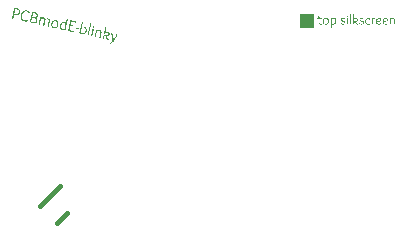
<source format=gto>
G04                                                      *
G04 Greetings!                                           *
G04 This Gerber was generated by PCBmodE, an open source *
G04 PCB design software. Get it here:                    *
G04                                                      *
G04   http://pcbmode.com                                 *
G04                                                      *
G04 Also visit                                           *
G04                                                      *
G04   http://boldport.com                                *
G04                                                      *
G04 and follow @boldport / @pcbmode for updates!         *
G04                                                      *

G04 leading zeros omitted (L); absolute data (A); 6 integer digits and 6 fractional digits *
%FSLAX66Y66*%

G04 mode (MO): millimeters (MM) *
%MOMM*%

G04 Aperture definitions *
%ADD10C,0.001X*%
%ADD11C,0.001X*%
%ADD20C,0.40X*%

%LPD*%
D20*
G01X5852197Y-20615318D02*
G01X6703637Y-19763878D01*
D20*
G01X4435776Y-19198897D02*
G01X6158695Y-17475977D01*
G36*
G01X2239530Y-2380197D02*
G01X2239530Y-2380197D01*
G01X2313244Y-2386824D01*
G01X2376949Y-2395958D01*
G01X2421719Y-2404045D01*
G01X2438626Y-2407531D01*
G01X2438626Y-2407531D01*
G01X2446635Y-2409307D01*
G01X2446635Y-2409307D01*
G01X2544097Y-2439579D01*
G01X2618635Y-2479625D01*
G01X2673232Y-2526391D01*
G01X2710871Y-2576825D01*
G01X2734534Y-2627874D01*
G01X2747205Y-2676487D01*
G01X2751868Y-2719611D01*
G01X2751505Y-2754193D01*
G01X2749100Y-2777180D01*
G01X2747635Y-2785521D01*
G01X2747635Y-2785521D01*
G01X2747635Y-2785521D01*
G01X2720045Y-2863976D01*
G01X2683378Y-2921331D01*
G01X2647226Y-2959247D01*
G01X2621181Y-2979384D01*
G01X2614049Y-2983818D01*
G01X2614049Y-2983818D01*
G01X2543153Y-3010911D01*
G01X2477528Y-3019920D01*
G01X2426483Y-3018660D01*
G01X2399326Y-3014946D01*
G01X2397187Y-3014512D01*
G01X2397187Y-3014512D01*
G01X2323290Y-2988867D01*
G01X2271815Y-2958547D01*
G01X2245515Y-2937483D01*
G01X2242627Y-2934735D01*
G01X2220877Y-3032841D01*
G01X2220877Y-3032841D01*
G01X2203138Y-3123394D01*
G01X2192753Y-3196096D01*
G01X2187819Y-3250917D01*
G01X2186431Y-3287827D01*
G01X2186685Y-3306797D01*
G01X2186835Y-3309572D01*
G01X2186835Y-3309572D01*
G01X2126973Y-3307329D01*
G01X2120398Y-3306046D01*
G01X2120398Y-3306046D01*
G01X2071987Y-3277886D01*
G01X2071261Y-3276598D01*
G01X2071261Y-3276598D01*
G01X2069901Y-3218679D01*
G01X2070970Y-3213166D01*
G01X2070970Y-3213166D01*
G01X2084039Y-3156995D01*
G01X2095827Y-3107243D01*
G01X2096200Y-3105678D01*
G01X2096200Y-3105678D01*
G01X2114755Y-3026717D01*
G01X2125056Y-2981720D01*
G01X2127200Y-2972162D01*
G01X2187862Y-2698533D01*
G01X2187862Y-2698533D01*
G01X2205588Y-2612724D01*
G01X2218935Y-2537762D01*
G01X2228451Y-2475368D01*
G01X2234682Y-2427264D01*
G01X2238176Y-2395172D01*
G01X2239482Y-2380814D01*
G01X2239530Y-2380197D01*
G37*
%LPC*%
G36*
G01X2338194Y-2478391D02*
G01X2338194Y-2478391D01*
G01X2328906Y-2531621D01*
G01X2316070Y-2596829D01*
G01X2302352Y-2662871D01*
G01X2290419Y-2718601D01*
G01X2282938Y-2752876D01*
G01X2281687Y-2758544D01*
G01X2259050Y-2860654D01*
G01X2259050Y-2860654D01*
G01X2318770Y-2899797D01*
G01X2370323Y-2920069D01*
G01X2388319Y-2925022D01*
G01X2388319Y-2925022D01*
G01X2465394Y-2929218D01*
G01X2519724Y-2916021D01*
G01X2544783Y-2904134D01*
G01X2545720Y-2903552D01*
G01X2545720Y-2903552D01*
G01X2593792Y-2854260D01*
G01X2620622Y-2801513D01*
G01X2630464Y-2770721D01*
G01X2630773Y-2769416D01*
G01X2630773Y-2769416D01*
G01X2639133Y-2681864D01*
G01X2628922Y-2622154D01*
G01X2614801Y-2589814D01*
G01X2610437Y-2583208D01*
G01X2610437Y-2583208D01*
G01X2560987Y-2542469D01*
G01X2501822Y-2514602D01*
G01X2454045Y-2499006D01*
G01X2438151Y-2494950D01*
G01X2438151Y-2494950D01*
G01X2374908Y-2483730D01*
G01X2338194Y-2478391D01*
G01X2338194Y-2478391D01*
G37*
%LPD*%
G36*
G01X2805195Y-2977531D02*
G01X2805195Y-2977531D01*
G01X2830525Y-2892656D01*
G01X2863126Y-2821653D01*
G01X2899059Y-2764131D01*
G01X2934389Y-2719704D01*
G01X2965178Y-2687981D01*
G01X2987490Y-2668574D01*
G01X2997386Y-2661096D01*
G01X2997556Y-2660978D01*
G01X2997556Y-2660978D01*
G01X3065058Y-2625959D01*
G01X3134724Y-2606283D01*
G01X3201465Y-2598200D01*
G01X3260193Y-2597958D01*
G01X3305821Y-2601808D01*
G01X3333260Y-2605996D01*
G01X3338935Y-2607125D01*
G01X3338935Y-2607125D01*
G01X3415452Y-2632187D01*
G01X3470522Y-2661582D01*
G01X3501908Y-2684146D01*
G01X3508586Y-2689898D01*
G01X3508586Y-2689898D01*
G01X3551432Y-2753630D01*
G01X3558774Y-2800176D01*
G01X3557547Y-2811732D01*
G01X3557547Y-2811732D01*
G01X3514434Y-2855834D01*
G01X3468242Y-2862751D01*
G01X3465038Y-2862643D01*
G01X3465038Y-2862643D01*
G01X3440742Y-2792601D01*
G01X3412361Y-2751986D01*
G01X3405143Y-2744336D01*
G01X3405143Y-2744336D01*
G01X3344908Y-2703535D01*
G01X3300659Y-2686443D01*
G01X3293745Y-2684630D01*
G01X3293745Y-2684630D01*
G01X3216614Y-2679680D01*
G01X3150450Y-2693548D01*
G01X3099651Y-2715343D01*
G01X3068616Y-2734174D01*
G01X3060954Y-2739801D01*
G01X3060954Y-2739801D01*
G01X3009054Y-2793360D01*
G01X2970888Y-2852576D01*
G01X2944940Y-2908422D01*
G01X2929695Y-2951877D01*
G01X2923639Y-2973916D01*
G01X2923383Y-2975025D01*
G01X2923383Y-2975025D01*
G01X2911424Y-3055619D01*
G01X2910298Y-3127926D01*
G01X2916308Y-3189527D01*
G01X2925757Y-3238001D01*
G01X2934949Y-3270930D01*
G01X2940186Y-3285891D01*
G01X2940445Y-3286541D01*
G01X2940445Y-3286541D01*
G01X2980553Y-3353667D01*
G01X3030674Y-3401208D01*
G01X3080965Y-3432096D01*
G01X3121584Y-3449264D01*
G01X3142688Y-3455646D01*
G01X3143764Y-3455900D01*
G01X3143764Y-3455900D01*
G01X3215739Y-3461690D01*
G01X3264038Y-3456186D01*
G01X3272593Y-3454352D01*
G01X3272593Y-3454352D01*
G01X3338203Y-3424590D01*
G01X3375946Y-3394699D01*
G01X3381147Y-3389494D01*
G01X3381147Y-3389494D01*
G01X3424760Y-3445583D01*
G01X3426416Y-3469549D01*
G01X3426416Y-3469549D01*
G01X3387222Y-3516270D01*
G01X3337637Y-3538909D01*
G01X3328506Y-3541668D01*
G01X3328506Y-3541668D01*
G01X3260295Y-3550834D01*
G01X3195018Y-3548835D01*
G01X3146047Y-3542573D01*
G01X3126753Y-3538952D01*
G01X3126753Y-3538952D01*
G01X3126753Y-3538952D01*
G01X3047011Y-3513043D01*
G01X2981134Y-3477404D01*
G01X2928759Y-3437442D01*
G01X2889523Y-3398564D01*
G01X2863066Y-3366177D01*
G01X2849023Y-3345688D01*
G01X2846381Y-3341308D01*
G01X2846381Y-3341308D01*
G01X2817006Y-3273802D01*
G01X2800401Y-3204274D01*
G01X2793601Y-3137050D01*
G01X2793641Y-3076461D01*
G01X2797554Y-3026834D01*
G01X2802376Y-2992497D01*
G01X2805141Y-2977779D01*
G01X2805195Y-2977531D01*
G37*
G36*
G01X3570299Y-3546959D02*
G01X3570299Y-3546959D01*
G01X3589212Y-3492397D01*
G01X3608254Y-3430523D01*
G01X3626808Y-3364940D01*
G01X3644262Y-3299254D01*
G01X3660001Y-3237070D01*
G01X3673409Y-3181991D01*
G01X3683872Y-3137623D01*
G01X3690776Y-3107570D01*
G01X3693505Y-3095437D01*
G01X3693525Y-3095347D01*
G01X3693525Y-3095347D01*
G01X3714500Y-2996188D01*
G01X3730504Y-2912235D01*
G01X3742180Y-2843389D01*
G01X3750173Y-2789552D01*
G01X3755127Y-2750623D01*
G01X3757688Y-2726504D01*
G01X3758499Y-2717096D01*
G01X3758509Y-2716947D01*
G01X3758509Y-2716947D01*
G01X3831345Y-2723666D01*
G01X3897685Y-2733359D01*
G01X3947416Y-2742391D01*
G01X3970426Y-2747124D01*
G01X3970953Y-2747240D01*
G01X3979630Y-2749163D01*
G01X3979630Y-2749163D01*
G01X4060817Y-2773133D01*
G01X4125281Y-2801664D01*
G01X4172265Y-2829075D01*
G01X4201010Y-2849687D01*
G01X4210761Y-2857820D01*
G01X4210761Y-2857820D01*
G01X4210761Y-2857820D01*
G01X4252897Y-2918480D01*
G01X4268417Y-2981815D01*
G01X4268762Y-3033288D01*
G01X4265373Y-3058360D01*
G01X4265248Y-3058951D01*
G01X4265248Y-3058951D01*
G01X4235008Y-3131389D01*
G01X4191061Y-3179380D01*
G01X4146238Y-3207520D01*
G01X4113372Y-3220404D01*
G01X4104285Y-3222820D01*
G01X4104285Y-3222820D01*
G01X4160187Y-3277669D01*
G01X4192028Y-3337864D01*
G01X4206072Y-3396288D01*
G01X4208581Y-3445827D01*
G01X4205817Y-3479365D01*
G01X4203998Y-3489993D01*
G01X4203998Y-3489993D01*
G01X4176438Y-3564996D01*
G01X4139141Y-3619211D01*
G01X4103048Y-3654124D01*
G01X4079103Y-3671221D01*
G01X4075076Y-3673570D01*
G01X4075076Y-3673570D01*
G01X4004370Y-3698992D01*
G01X3937302Y-3706739D01*
G01X3884303Y-3704644D01*
G01X3855799Y-3700539D01*
G01X3853540Y-3700077D01*
G01X3853540Y-3700077D01*
G01X3766975Y-3674689D01*
G01X3697103Y-3643568D01*
G01X3643232Y-3610999D01*
G01X3604671Y-3581269D01*
G01X3580727Y-3558665D01*
G01X3570709Y-3547472D01*
G01X3570299Y-3546959D01*
G37*
%LPC*%
G36*
G01X3685956Y-3524287D02*
G01X3685956Y-3524287D01*
G01X3735404Y-3564996D01*
G01X3753937Y-3576118D01*
G01X3753937Y-3576118D01*
G01X3818017Y-3603496D01*
G01X3847193Y-3611846D01*
G01X3847193Y-3611846D01*
G01X3847193Y-3611846D01*
G01X3923073Y-3616657D01*
G01X3979230Y-3605590D01*
G01X4006090Y-3595295D01*
G01X4007118Y-3594786D01*
G01X4007118Y-3594786D01*
G01X4060517Y-3548794D01*
G01X4088406Y-3499109D01*
G01X4097273Y-3472360D01*
G01X4097366Y-3471955D01*
G01X4097366Y-3471955D01*
G01X4099136Y-3395069D01*
G01X4080777Y-3340075D01*
G01X4063914Y-3312787D01*
G01X4062362Y-3310853D01*
G01X4062362Y-3310853D01*
G01X4008268Y-3265508D01*
G01X3952751Y-3237871D01*
G01X3914434Y-3225061D01*
G01X3907427Y-3223290D01*
G01X3907427Y-3223290D01*
G01X3826172Y-3207541D01*
G01X3783825Y-3201874D01*
G01X3776474Y-3201260D01*
G01X3776474Y-3201260D01*
G01X3763086Y-3256470D01*
G01X3746221Y-3319302D01*
G01X3728072Y-3383325D01*
G01X3710830Y-3442104D01*
G01X3696687Y-3489205D01*
G01X3687835Y-3518197D01*
G01X3685956Y-3524287D01*
G37*
G36*
G01X3857173Y-2815141D02*
G01X3857173Y-2815141D01*
G01X3846095Y-2875620D01*
G01X3833215Y-2941296D01*
G01X3820107Y-3005533D01*
G01X3808348Y-3061692D01*
G01X3799510Y-3103137D01*
G01X3795170Y-3123230D01*
G01X3794972Y-3124139D01*
G01X3794972Y-3124139D01*
G01X3859186Y-3141066D01*
G01X3869127Y-3143380D01*
G01X3869127Y-3143380D01*
G01X3969349Y-3155645D01*
G01X4043665Y-3146683D01*
G01X4095821Y-3123962D01*
G01X4129564Y-3094946D01*
G01X4148642Y-3067103D01*
G01X4156801Y-3047899D01*
G01X4158025Y-3043582D01*
G01X4158025Y-3043582D01*
G01X4155852Y-2974941D01*
G01X4123883Y-2921286D01*
G01X4074861Y-2881330D01*
G01X4021530Y-2853784D01*
G01X3976634Y-2837362D01*
G01X3952918Y-2830776D01*
G01X3951791Y-2830516D01*
G01X3951791Y-2830516D01*
G01X3888744Y-2819591D01*
G01X3857173Y-2815141D01*
G37*
%LPD*%
G36*
G01X4429011Y-3154072D02*
G01X4429011Y-3154072D01*
G01X4480706Y-3154330D01*
G01X4480765Y-3154343D01*
G01X4480765Y-3154343D01*
G01X4527585Y-3198291D01*
G01X4528474Y-3236005D01*
G01X4528408Y-3236324D01*
G01X4528408Y-3236324D01*
G01X4593986Y-3212623D01*
G01X4638085Y-3203153D01*
G01X4641612Y-3202605D01*
G01X4641612Y-3202605D01*
G01X4715099Y-3200069D01*
G01X4756859Y-3205112D01*
G01X4759951Y-3205734D01*
G01X4759951Y-3205734D01*
G01X4832395Y-3238495D01*
G01X4872790Y-3282888D01*
G01X4889801Y-3318838D01*
G01X4892437Y-3328231D01*
G01X4892437Y-3328231D01*
G01X4954521Y-3301386D01*
G01X5003022Y-3289489D01*
G01X5009457Y-3288355D01*
G01X5009457Y-3288355D01*
G01X5085081Y-3284012D01*
G01X5132318Y-3288576D01*
G01X5140363Y-3290069D01*
G01X5140363Y-3290069D01*
G01X5208513Y-3320691D01*
G01X5244406Y-3354136D01*
G01X5250692Y-3362492D01*
G01X5250692Y-3362492D01*
G01X5269889Y-3423296D01*
G01X5269736Y-3484049D01*
G01X5264754Y-3518493D01*
G01X5264451Y-3519934D01*
G01X5264451Y-3519934D01*
G01X5252149Y-3569896D01*
G01X5240292Y-3617856D01*
G01X5240292Y-3617856D01*
G01X5240292Y-3617856D01*
G01X5220563Y-3698969D01*
G01X5209193Y-3747439D01*
G01X5205775Y-3762496D01*
G01X5205775Y-3762496D01*
G01X5190962Y-3845360D01*
G01X5184435Y-3910713D01*
G01X5182982Y-3954705D01*
G01X5183391Y-3973488D01*
G01X5183415Y-3973898D01*
G01X5183415Y-3973898D01*
G01X5128415Y-3972896D01*
G01X5127657Y-3972739D01*
G01X5127657Y-3972739D01*
G01X5080455Y-3946281D01*
G01X5080078Y-3945737D01*
G01X5080078Y-3945737D01*
G01X5075889Y-3890616D01*
G01X5076305Y-3888535D01*
G01X5076305Y-3888535D01*
G01X5088648Y-3836037D01*
G01X5104476Y-3771510D01*
G01X5117607Y-3718835D01*
G01X5122033Y-3701219D01*
G01X5122033Y-3701219D01*
G01X5146194Y-3604689D01*
G01X5158518Y-3554386D01*
G01X5162674Y-3536831D01*
G01X5162879Y-3535926D01*
G01X5162879Y-3535926D01*
G01X5167931Y-3457580D01*
G01X5158371Y-3417626D01*
G01X5156441Y-3413366D01*
G01X5156441Y-3413366D01*
G01X5107729Y-3367693D01*
G01X5080635Y-3357350D01*
G01X5080635Y-3357350D01*
G01X5013088Y-3355936D01*
G01X4949557Y-3370628D01*
G01X4905716Y-3387039D01*
G01X4895139Y-3391847D01*
G01X4895139Y-3391847D01*
G01X4876159Y-3483127D01*
G01X4860923Y-3555508D01*
G01X4849435Y-3609407D01*
G01X4841701Y-3645243D01*
G01X4837727Y-3663434D01*
G01X4837146Y-3666068D01*
G01X4837146Y-3666068D01*
G01X4820202Y-3747586D01*
G01X4807993Y-3814419D01*
G01X4800159Y-3862954D01*
G01X4796336Y-3889577D01*
G01X4795813Y-3893570D01*
G01X4795813Y-3893570D01*
G01X4748208Y-3887217D01*
G01X4748208Y-3887217D01*
G01X4699036Y-3844926D01*
G01X4698348Y-3821549D01*
G01X4698348Y-3821549D01*
G01X4712117Y-3768597D01*
G01X4712557Y-3766933D01*
G01X4712557Y-3766933D01*
G01X4728202Y-3705222D01*
G01X4741811Y-3649353D01*
G01X4746003Y-3631859D01*
G01X4746003Y-3631859D01*
G01X4762765Y-3560211D01*
G01X4776897Y-3498284D01*
G01X4785634Y-3459389D01*
G01X4787138Y-3452627D01*
G01X4787138Y-3452627D01*
G01X4789411Y-3365989D01*
G01X4762813Y-3312139D01*
G01X4727357Y-3283807D01*
G01X4703056Y-3273725D01*
G01X4700890Y-3273162D01*
G01X4700890Y-3273162D01*
G01X4634026Y-3272528D01*
G01X4570602Y-3288576D01*
G01X4526627Y-3306167D01*
G01X4515989Y-3311292D01*
G01X4515989Y-3311292D01*
G01X4496134Y-3406770D01*
G01X4480550Y-3480768D01*
G01X4469182Y-3534052D01*
G01X4461976Y-3567389D01*
G01X4458876Y-3581544D01*
G01X4458736Y-3582177D01*
G01X4458736Y-3582177D01*
G01X4441709Y-3663676D01*
G01X4429309Y-3730467D01*
G01X4421260Y-3778955D01*
G01X4417285Y-3805543D01*
G01X4416735Y-3809530D01*
G01X4416735Y-3809530D01*
G01X4369798Y-3803326D01*
G01X4369798Y-3803326D01*
G01X4320626Y-3761035D01*
G01X4319938Y-3737657D01*
G01X4319938Y-3737657D01*
G01X4332809Y-3687260D01*
G01X4345514Y-3638067D01*
G01X4345543Y-3637955D01*
G01X4345543Y-3637955D01*
G01X4363565Y-3566054D01*
G01X4378319Y-3504155D01*
G01X4387981Y-3462154D01*
G01X4390826Y-3449490D01*
G01X4390826Y-3449490D01*
G01X4411227Y-3347994D01*
G01X4423155Y-3270627D01*
G01X4428753Y-3214974D01*
G01X4430168Y-3178620D01*
G01X4429543Y-3159153D01*
G01X4429011Y-3154072D01*
G37*
G36*
G01X5395704Y-3695372D02*
G01X5395704Y-3695372D01*
G01X5420977Y-3618117D01*
G01X5454145Y-3557417D01*
G01X5488160Y-3513094D01*
G01X5515972Y-3484967D01*
G01X5530533Y-3472857D01*
G01X5531279Y-3472309D01*
G01X5531279Y-3472309D01*
G01X5598245Y-3438702D01*
G01X5664211Y-3424851D01*
G01X5720103Y-3423436D01*
G01X5756844Y-3427131D01*
G01X5766375Y-3428853D01*
G01X5766375Y-3428853D01*
G01X5841385Y-3456356D01*
G01X5897802Y-3494406D01*
G01X5936238Y-3532516D01*
G01X5957306Y-3560200D01*
G01X5962079Y-3567815D01*
G01X5962079Y-3567815D01*
G01X5987775Y-3633196D01*
G01X5998199Y-3699579D01*
G01X5998626Y-3759100D01*
G01X5994329Y-3803895D01*
G01X5990582Y-3826099D01*
G01X5990348Y-3827201D01*
G01X5990348Y-3827201D01*
G01X5965128Y-3904369D01*
G01X5932087Y-3964856D01*
G01X5898228Y-4008919D01*
G01X5870555Y-4036814D01*
G01X5856070Y-4048796D01*
G01X5855328Y-4049337D01*
G01X5855328Y-4049337D01*
G01X5788493Y-4082441D01*
G01X5722335Y-4095936D01*
G01X5666110Y-4097126D01*
G01X5629074Y-4093316D01*
G01X5619454Y-4091571D01*
G01X5619454Y-4091571D01*
G01X5545057Y-4064322D01*
G01X5488889Y-4026609D01*
G01X5450473Y-3988829D01*
G01X5429334Y-3961382D01*
G01X5424528Y-3953831D01*
G01X5424528Y-3953831D01*
G01X5398573Y-3888885D01*
G01X5387985Y-3822774D01*
G01X5387470Y-3763400D01*
G01X5391730Y-3718665D01*
G01X5395470Y-3696474D01*
G01X5395704Y-3695372D01*
G37*
%LPC*%
G36*
G01X5496099Y-3697323D02*
G01X5496099Y-3697323D01*
G01X5486678Y-3776263D01*
G01X5490521Y-3840498D01*
G01X5499538Y-3884865D01*
G01X5505639Y-3904204D01*
G01X5505805Y-3904631D01*
G01X5505805Y-3904631D01*
G01X5548045Y-3966597D01*
G01X5597563Y-4000826D01*
G01X5631854Y-4014318D01*
G01X5636321Y-4015488D01*
G01X5636321Y-4015488D01*
G01X5713623Y-4018107D01*
G01X5769451Y-4001445D01*
G01X5797364Y-3985855D01*
G01X5799353Y-3984413D01*
G01X5799353Y-3984413D01*
G01X5844897Y-3933350D01*
G01X5873622Y-3877480D01*
G01X5887918Y-3835856D01*
G01X5890621Y-3825398D01*
G01X5890621Y-3825398D01*
G01X5899821Y-3746308D01*
G01X5895483Y-3681736D01*
G01X5885951Y-3637017D01*
G01X5879566Y-3617485D01*
G01X5879394Y-3617053D01*
G01X5879394Y-3617053D01*
G01X5836585Y-3554511D01*
G01X5787467Y-3520172D01*
G01X5753737Y-3506754D01*
G01X5749360Y-3505602D01*
G01X5749360Y-3505602D01*
G01X5672169Y-3503160D01*
G01X5616566Y-3520174D01*
G01X5588821Y-3536029D01*
G01X5586847Y-3537493D01*
G01X5586847Y-3537493D01*
G01X5541620Y-3589054D01*
G01X5513047Y-3645162D01*
G01X5498798Y-3686860D01*
G01X5496099Y-3697323D01*
G37*
%LPD*%
G36*
G01X6113148Y-3854425D02*
G01X6113148Y-3854425D01*
G01X6138485Y-3777775D01*
G01X6172059Y-3717415D01*
G01X6206631Y-3673241D01*
G01X6234962Y-3645145D01*
G01X6249816Y-3633023D01*
G01X6250577Y-3632474D01*
G01X6250577Y-3632474D01*
G01X6320172Y-3597315D01*
G01X6385429Y-3583001D01*
G01X6437843Y-3581498D01*
G01X6468906Y-3584766D01*
G01X6473808Y-3585687D01*
G01X6473808Y-3585687D01*
G01X6542081Y-3611409D01*
G01X6593666Y-3644019D01*
G01X6620349Y-3665815D01*
G01X6622290Y-3667618D01*
G01X6622290Y-3667618D01*
G01X6641704Y-3589210D01*
G01X6653258Y-3540221D01*
G01X6656474Y-3526056D01*
G01X6656474Y-3526056D01*
G01X6675006Y-3437686D01*
G01X6688502Y-3365241D01*
G01X6697575Y-3310124D01*
G01X6702835Y-3273738D01*
G01X6704893Y-3257487D01*
G01X6704979Y-3256732D01*
G01X6704979Y-3256732D01*
G01X6754586Y-3263529D01*
G01X6754586Y-3263529D01*
G01X6754586Y-3263529D01*
G01X6803758Y-3305820D01*
G01X6804445Y-3329197D01*
G01X6804445Y-3329197D01*
G01X6794984Y-3369688D01*
G01X6779994Y-3431865D01*
G01X6762812Y-3502352D01*
G01X6746776Y-3567770D01*
G01X6735223Y-3614741D01*
G01X6731414Y-3630193D01*
G01X6731414Y-3630193D01*
G01X6707597Y-3727280D01*
G01X6688117Y-3807678D01*
G01X6672707Y-3872126D01*
G01X6661100Y-3921357D01*
G01X6653028Y-3956110D01*
G01X6648226Y-3977120D01*
G01X6646426Y-3985123D01*
G01X6646399Y-3985248D01*
G01X6646399Y-3985248D01*
G01X6625537Y-4088817D01*
G01X6613159Y-4168216D01*
G01X6607154Y-4225703D01*
G01X6605413Y-4263533D01*
G01X6605824Y-4283963D01*
G01X6606290Y-4289341D01*
G01X6606290Y-4289341D01*
G01X6552425Y-4288597D01*
G01X6551866Y-4288479D01*
G01X6551866Y-4288479D01*
G01X6508109Y-4244140D01*
G01X6506879Y-4207171D01*
G01X6506893Y-4207089D01*
G01X6506893Y-4207089D01*
G01X6434883Y-4238081D01*
G01X6372579Y-4248382D01*
G01X6328761Y-4247551D01*
G01X6312204Y-4245150D01*
G01X6312204Y-4245150D01*
G01X6310870Y-4244854D01*
G01X6310870Y-4244854D01*
G01X6243319Y-4216707D01*
G01X6192227Y-4175407D01*
G01X6158370Y-4135439D01*
G01X6142525Y-4111288D01*
G01X6141377Y-4109252D01*
G01X6141377Y-4109252D01*
G01X6115386Y-4039996D01*
G01X6105503Y-3971455D01*
G01X6105793Y-3912059D01*
G01X6110320Y-3870239D01*
G01X6113148Y-3854425D01*
G01X6113148Y-3854425D01*
G37*
%LPC*%
G36*
G01X6213543Y-3856377D02*
G01X6213543Y-3856377D01*
G01X6204254Y-3937703D01*
G01X6209241Y-4003445D01*
G01X6219622Y-4048613D01*
G01X6226514Y-4068219D01*
G01X6226699Y-4068651D01*
G01X6226699Y-4068651D01*
G01X6270622Y-4132211D01*
G01X6316980Y-4165345D01*
G01X6345885Y-4176914D01*
G01X6348205Y-4177510D01*
G01X6348205Y-4177510D01*
G01X6416046Y-4176879D01*
G01X6475175Y-4157360D01*
G01X6512507Y-4137633D01*
G01X6519016Y-4133456D01*
G01X6519016Y-4133456D01*
G01X6545265Y-4010742D01*
G01X6565543Y-3916070D01*
G01X6580603Y-3845887D01*
G01X6591195Y-3796641D01*
G01X6598069Y-3764778D01*
G01X6601977Y-3746744D01*
G01X6603669Y-3738987D01*
G01X6603937Y-3737769D01*
G01X6603937Y-3737769D01*
G01X6540279Y-3693224D01*
G01X6490682Y-3671349D01*
G01X6472143Y-3665840D01*
G01X6472143Y-3665840D01*
G01X6396669Y-3662930D01*
G01X6340606Y-3678719D01*
G01X6310400Y-3694756D01*
G01X6306961Y-3697138D01*
G01X6306961Y-3697138D01*
G01X6260102Y-3748338D01*
G01X6230751Y-3804273D01*
G01X6216260Y-3845917D01*
G01X6213543Y-3856377D01*
G37*
%LPD*%
G36*
G01X6975480Y-3435733D02*
G01X6975480Y-3435733D01*
G01X7050904Y-3447058D01*
G01X7122325Y-3459308D01*
G01X7185157Y-3471097D01*
G01X7234817Y-3481037D01*
G01X7266720Y-3487739D01*
G01X7276466Y-3489857D01*
G01X7276466Y-3489857D01*
G01X7382325Y-3516015D01*
G01X7446749Y-3536517D01*
G01X7479834Y-3550827D01*
G01X7491673Y-3558410D01*
G01X7492785Y-3559520D01*
G01X7492785Y-3559520D01*
G01X7497624Y-3597703D01*
G01X7497624Y-3597703D01*
G01X7474831Y-3652407D01*
G01X7472962Y-3655253D01*
G01X7472962Y-3655253D01*
G01X7419707Y-3628753D01*
G01X7354948Y-3605484D01*
G01X7292091Y-3586973D01*
G01X7244545Y-3574746D01*
G01X7225716Y-3570331D01*
G01X7225716Y-3570331D01*
G01X7225716Y-3570331D01*
G01X7154726Y-3555664D01*
G01X7098038Y-3545100D01*
G01X7074022Y-3540901D01*
G01X7073999Y-3540897D01*
G01X7073999Y-3540897D01*
G01X7066670Y-3584774D01*
G01X7054665Y-3646109D01*
G01X7040748Y-3713175D01*
G01X7027686Y-3774239D01*
G01X7018243Y-3817574D01*
G01X7015124Y-3831728D01*
G01X7123242Y-3855697D01*
G01X7123242Y-3855697D01*
G01X7209583Y-3873629D01*
G01X7263456Y-3883152D01*
G01X7287072Y-3886573D01*
G01X7288603Y-3886755D01*
G01X7288603Y-3886755D01*
G01X7286101Y-3923311D01*
G01X7286101Y-3923311D01*
G01X7262356Y-3962509D01*
G01X7262356Y-3962509D01*
G01X7213903Y-3964721D01*
G01X7213903Y-3964721D01*
G01X7150811Y-3951969D01*
G01X7116836Y-3944602D01*
G01X6996038Y-3917821D01*
G01X6996038Y-3917821D01*
G01X6971838Y-4029508D01*
G01X6954019Y-4116420D01*
G01X6941609Y-4181387D01*
G01X6933635Y-4227236D01*
G01X6929124Y-4256795D01*
G01X6927103Y-4272891D01*
G01X6926601Y-4278352D01*
G01X6926596Y-4278429D01*
G01X6926596Y-4278429D01*
G01X6997976Y-4296725D01*
G01X7022776Y-4302552D01*
G01X7022776Y-4302552D01*
G01X7126597Y-4323039D01*
G01X7205581Y-4334253D01*
G01X7262268Y-4338699D01*
G01X7299201Y-4338878D01*
G01X7318919Y-4337296D01*
G01X7324049Y-4336434D01*
G01X7324049Y-4336434D01*
G01X7322128Y-4395228D01*
G01X7321411Y-4398866D01*
G01X7321411Y-4398866D01*
G01X7300889Y-4431427D01*
G01X7300889Y-4431427D01*
G01X7261192Y-4434032D01*
G01X7196219Y-4426116D01*
G01X7129169Y-4414210D01*
G01X7083245Y-4404845D01*
G01X7075396Y-4403142D01*
G01X7075396Y-4403142D01*
G01X6974887Y-4380484D01*
G01X6910122Y-4365269D01*
G01X6874291Y-4356398D01*
G01X6860584Y-4352770D01*
G01X6859754Y-4352535D01*
G01X6859754Y-4352535D01*
G01X6811638Y-4323044D01*
G01X6810913Y-4321752D01*
G01X6810913Y-4321752D01*
G01X6809450Y-4264124D01*
G01X6810325Y-4259654D01*
G01X6810325Y-4259654D01*
G01X6823711Y-4202339D01*
G01X6834053Y-4158934D01*
G01X6834076Y-4158841D01*
G01X6834076Y-4158841D01*
G01X6852258Y-4081709D01*
G01X6862075Y-4038792D01*
G01X6863596Y-4031999D01*
G01X6924111Y-3759037D01*
G01X6924111Y-3759037D01*
G01X6942317Y-3670627D01*
G01X6955768Y-3594102D01*
G01X6965135Y-3530938D01*
G01X6971088Y-3482608D01*
G01X6974299Y-3450585D01*
G01X6975439Y-3436343D01*
G01X6975480Y-3435733D01*
G37*
G36*
G01X7461555Y-4120451D02*
G01X7461555Y-4120451D01*
G01X7481594Y-4085333D01*
G01X7481594Y-4085333D01*
G01X7522779Y-4078009D01*
G01X7522779Y-4078009D01*
G01X7563899Y-4089926D01*
G01X7563899Y-4089926D01*
G01X7626167Y-4106439D01*
G01X7635051Y-4108501D01*
G01X7635051Y-4108501D01*
G01X7708743Y-4120523D01*
G01X7743058Y-4122821D01*
G01X7743905Y-4122830D01*
G01X7743905Y-4122830D01*
G01X7738884Y-4164429D01*
G01X7738884Y-4164429D01*
G01X7716695Y-4199771D01*
G01X7716695Y-4199771D01*
G01X7677661Y-4206871D01*
G01X7677661Y-4206871D01*
G01X7635354Y-4193991D01*
G01X7635354Y-4193991D01*
G01X7577124Y-4177613D01*
G01X7573693Y-4176820D01*
G01X7573693Y-4176820D01*
G01X7500482Y-4165023D01*
G01X7459540Y-4162119D01*
G01X7456534Y-4162050D01*
G01X7456534Y-4162050D01*
G01X7461555Y-4120451D01*
G37*
G36*
G01X7971017Y-3537406D02*
G01X7971017Y-3537406D01*
G01X8021282Y-3544349D01*
G01X8021292Y-3544351D01*
G01X8021292Y-3544351D01*
G01X8070464Y-3586642D01*
G01X8071151Y-3610019D01*
G01X8071151Y-3610019D01*
G01X8061500Y-3652344D01*
G01X8045469Y-3722140D01*
G01X8032374Y-3779049D01*
G01X8029794Y-3790252D01*
G01X8029794Y-3790252D01*
G01X8007415Y-3887652D01*
G01X7993095Y-3950360D01*
G01X7985355Y-3984526D01*
G01X7982714Y-3996297D01*
G01X7982666Y-3996513D01*
G01X7982666Y-3996513D01*
G01X8057552Y-3973013D01*
G01X8124234Y-3964980D01*
G01X8175897Y-3966030D01*
G01X8205726Y-3969776D01*
G01X8210356Y-3970670D01*
G01X8210356Y-3970670D01*
G01X8282123Y-4000197D01*
G01X8331427Y-4040557D01*
G01X8359143Y-4074814D01*
G01X8366381Y-4086482D01*
G01X8366381Y-4086482D01*
G01X8387490Y-4150582D01*
G01X8393106Y-4218877D01*
G01X8389730Y-4279501D01*
G01X8383864Y-4320591D01*
G01X8381741Y-4331453D01*
G01X8381741Y-4331453D01*
G01X8356988Y-4409950D01*
G01X8325077Y-4473652D01*
G01X8292605Y-4521661D01*
G01X8266169Y-4553075D01*
G01X8252365Y-4566995D01*
G01X8251659Y-4567637D01*
G01X8251659Y-4567637D01*
G01X8189919Y-4606400D01*
G01X8126676Y-4624193D01*
G01X8070676Y-4628115D01*
G01X8030664Y-4625263D01*
G01X8015383Y-4622736D01*
G01X8015383Y-4622736D01*
G01X8015383Y-4622736D01*
G01X7940412Y-4597790D01*
G01X7878320Y-4563590D01*
G01X7830072Y-4527163D01*
G01X7796634Y-4495532D01*
G01X7778973Y-4475723D01*
G01X7776335Y-4472413D01*
G01X7776335Y-4472413D01*
G01X7791785Y-4421896D01*
G01X7808716Y-4358701D01*
G01X7825135Y-4292931D01*
G01X7839048Y-4234694D01*
G01X7848464Y-4194094D01*
G01X7851446Y-4180981D01*
G01X7851446Y-4180981D01*
G01X7863622Y-4124292D01*
G01X7876847Y-4060063D01*
G01X7890097Y-3994003D01*
G01X7902349Y-3931822D01*
G01X7912579Y-3879231D01*
G01X7919763Y-3841938D01*
G01X7922877Y-3825655D01*
G01X7922930Y-3825377D01*
G01X7922930Y-3825377D01*
G01X7943221Y-3715730D01*
G01X7956849Y-3636710D01*
G01X7965126Y-3583889D01*
G01X7969363Y-3552844D01*
G01X7970874Y-3539148D01*
G01X7971017Y-3537406D01*
G37*
%LPC*%
G36*
G01X7883236Y-4438697D02*
G01X7883236Y-4438697D01*
G01X7938138Y-4495130D01*
G01X7992320Y-4529263D01*
G01X8032266Y-4545779D01*
G01X8044931Y-4549464D01*
G01X8044931Y-4549464D01*
G01X8117482Y-4547702D01*
G01X8169335Y-4523504D01*
G01X8195047Y-4502435D01*
G01X8196869Y-4500526D01*
G01X8196869Y-4500526D01*
G01X8237668Y-4441412D01*
G01X8264573Y-4381933D01*
G01X8279050Y-4337625D01*
G01X8282678Y-4323495D01*
G01X8282678Y-4323495D01*
G01X8292904Y-4238452D01*
G01X8288030Y-4176326D01*
G01X8278433Y-4139268D01*
G01X8274313Y-4129088D01*
G01X8274313Y-4129088D01*
G01X8227625Y-4072519D01*
G01X8181606Y-4046539D01*
G01X8164644Y-4041058D01*
G01X8162641Y-4040614D01*
G01X8162641Y-4040614D01*
G01X8091268Y-4036607D01*
G01X8028598Y-4048708D01*
G01X7984074Y-4064831D01*
G01X7967134Y-4072892D01*
G01X7967134Y-4072892D01*
G01X7967134Y-4072892D01*
G01X7954854Y-4130147D01*
G01X7948345Y-4160802D01*
G01X7948345Y-4160802D01*
G01X7932186Y-4236265D01*
G01X7924052Y-4273531D01*
G01X7923490Y-4276074D01*
G01X7923490Y-4276074D01*
G01X7904094Y-4359469D01*
G01X7890417Y-4412976D01*
G01X7883708Y-4437099D01*
G01X7883236Y-4438697D01*
G37*
%LPD*%
G36*
G01X8665103Y-3691281D02*
G01X8665103Y-3691281D01*
G01X8714042Y-3697930D01*
G01X8714042Y-3697930D01*
G01X8764209Y-3739629D01*
G01X8765236Y-3763894D01*
G01X8765236Y-3763894D01*
G01X8751413Y-3819189D01*
G01X8747033Y-3836530D01*
G01X8747033Y-3836530D01*
G01X8731065Y-3899901D01*
G01X8715125Y-3963410D01*
G01X8704272Y-4006737D01*
G01X8702301Y-4014614D01*
G01X8702301Y-4014614D01*
G01X8684697Y-4086554D01*
G01X8669375Y-4151417D01*
G01X8657704Y-4202123D01*
G01X8651052Y-4231594D01*
G01X8650028Y-4236189D01*
G01X8602830Y-4449086D01*
G01X8602830Y-4449086D01*
G01X8585331Y-4538555D01*
G01X8575056Y-4610766D01*
G01X8570141Y-4665500D01*
G01X8568724Y-4702541D01*
G01X8568942Y-4721672D01*
G01X8569084Y-4724482D01*
G01X8569084Y-4724482D01*
G01X8515711Y-4723849D01*
G01X8515327Y-4723768D01*
G01X8515327Y-4723768D01*
G01X8466824Y-4696655D01*
G01X8466229Y-4695728D01*
G01X8466229Y-4695728D01*
G01X8463185Y-4640163D01*
G01X8463604Y-4638081D01*
G01X8463604Y-4638081D01*
G01X8474511Y-4590172D01*
G01X8490240Y-4521844D01*
G01X8501916Y-4471293D01*
G01X8503482Y-4464522D01*
G01X8503482Y-4464522D01*
G01X8523844Y-4376109D01*
G01X8538753Y-4310747D01*
G01X8548323Y-4268383D01*
G01X8552669Y-4248966D01*
G01X8552977Y-4247582D01*
G01X8588190Y-4088743D01*
G01X8588190Y-4088743D01*
G01X8612847Y-3975184D01*
G01X8631608Y-3884425D01*
G01X8645273Y-3814199D01*
G01X8654638Y-3762235D01*
G01X8660503Y-3726265D01*
G01X8663666Y-3704020D01*
G01X8664926Y-3693232D01*
G01X8665103Y-3691281D01*
G37*
G36*
G01X8896732Y-3979297D02*
G01X8896732Y-3979297D01*
G01X8928317Y-3933997D01*
G01X8929741Y-3933050D01*
G01X8929741Y-3933050D01*
G01X8983603Y-3922973D01*
G01X8984789Y-3923198D01*
G01X8984789Y-3923198D01*
G01X9027548Y-3954333D01*
G01X9027847Y-3954800D01*
G01X9027847Y-3954800D01*
G01X9037157Y-4008921D01*
G01X9036884Y-4010368D01*
G01X9036884Y-4010368D01*
G01X9005346Y-4057019D01*
G01X9003505Y-4058283D01*
G01X9003505Y-4058283D01*
G01X8950510Y-4068918D01*
G01X8949717Y-4068765D01*
G01X8949717Y-4068765D01*
G01X8905649Y-4038237D01*
G01X8905177Y-4037534D01*
G01X8905177Y-4037534D01*
G01X8896289Y-3981688D01*
G01X8896732Y-3979297D01*
G37*
G36*
G01X8880646Y-4133974D02*
G01X8880646Y-4133974D01*
G01X8928251Y-4140326D01*
G01X8928251Y-4140326D01*
G01X8979705Y-4181919D01*
G01X8980927Y-4205919D01*
G01X8980927Y-4205919D01*
G01X8966450Y-4259173D01*
G01X8965829Y-4261388D01*
G01X8965829Y-4261388D01*
G01X8948490Y-4324931D01*
G01X8935734Y-4373028D01*
G01X8934080Y-4379334D01*
G01X8934080Y-4379334D01*
G01X8915866Y-4452017D01*
G01X8904154Y-4501908D01*
G01X8901449Y-4513888D01*
G01X8901449Y-4513888D01*
G01X8883710Y-4604441D01*
G01X8873326Y-4677143D01*
G01X8868392Y-4731964D01*
G01X8867004Y-4768875D01*
G01X8867258Y-4787844D01*
G01X8867407Y-4790619D01*
G01X8867407Y-4790619D01*
G01X8813494Y-4789864D01*
G01X8812983Y-4789756D01*
G01X8812983Y-4789756D01*
G01X8764259Y-4761527D01*
G01X8763513Y-4760234D01*
G01X8763513Y-4760234D01*
G01X8761822Y-4702242D01*
G01X8762888Y-4696728D01*
G01X8762888Y-4696728D01*
G01X8776104Y-4640590D01*
G01X8788073Y-4590878D01*
G01X8788451Y-4589315D01*
G01X8788451Y-4589315D01*
G01X8807257Y-4510409D01*
G01X8817636Y-4465430D01*
G01X8819785Y-4455873D01*
G01X8819785Y-4455873D01*
G01X8838643Y-4367559D01*
G01X8853737Y-4291278D01*
G01X8865271Y-4228435D01*
G01X8873449Y-4180433D01*
G01X8878478Y-4148679D01*
G01X8880561Y-4134577D01*
G01X8880646Y-4133974D01*
G37*
G36*
G01X9162139Y-4203381D02*
G01X9162139Y-4203381D01*
G01X9213834Y-4203639D01*
G01X9213893Y-4203652D01*
G01X9213893Y-4203652D01*
G01X9260714Y-4247600D01*
G01X9261603Y-4285315D01*
G01X9261537Y-4285634D01*
G01X9261537Y-4285634D01*
G01X9326414Y-4264191D01*
G01X9373814Y-4254925D01*
G01X9378783Y-4254211D01*
G01X9378783Y-4254211D01*
G01X9451641Y-4251697D01*
G01X9499890Y-4256892D01*
G01X9509764Y-4258742D01*
G01X9509764Y-4258742D01*
G01X9579871Y-4287798D01*
G01X9620420Y-4320877D01*
G01X9631439Y-4333680D01*
G01X9631439Y-4333680D01*
G01X9653773Y-4395180D01*
G01X9654899Y-4456216D01*
G01X9650171Y-4490717D01*
G01X9649870Y-4492158D01*
G01X9649870Y-4492158D01*
G01X9637735Y-4542157D01*
G01X9626044Y-4590154D01*
G01X9626044Y-4590154D01*
G01X9626044Y-4590154D01*
G01X9606553Y-4671320D01*
G01X9595268Y-4719809D01*
G01X9591861Y-4734867D01*
G01X9591861Y-4734867D01*
G01X9577048Y-4817732D01*
G01X9570521Y-4883084D01*
G01X9569068Y-4927077D01*
G01X9569477Y-4945860D01*
G01X9569501Y-4946269D01*
G01X9569501Y-4946269D01*
G01X9514501Y-4945268D01*
G01X9513743Y-4945111D01*
G01X9513743Y-4945111D01*
G01X9466541Y-4918653D01*
G01X9466164Y-4918109D01*
G01X9466164Y-4918109D01*
G01X9461975Y-4862988D01*
G01X9462391Y-4860907D01*
G01X9462391Y-4860907D01*
G01X9474734Y-4808409D01*
G01X9490562Y-4743881D01*
G01X9503693Y-4691207D01*
G01X9508119Y-4673591D01*
G01X9508119Y-4673591D01*
G01X9532280Y-4577061D01*
G01X9544604Y-4526758D01*
G01X9548760Y-4509202D01*
G01X9548965Y-4508298D01*
G01X9548965Y-4508298D01*
G01X9552000Y-4431793D01*
G01X9539614Y-4390587D01*
G01X9536706Y-4385148D01*
G01X9536706Y-4385148D01*
G01X9485065Y-4339730D01*
G01X9449317Y-4325872D01*
G01X9448702Y-4325727D01*
G01X9448702Y-4325727D01*
G01X9378380Y-4322500D01*
G01X9314122Y-4335452D01*
G01X9267257Y-4352260D01*
G01X9249118Y-4360602D01*
G01X9249118Y-4360602D01*
G01X9249118Y-4360602D01*
G01X9229263Y-4456079D01*
G01X9213679Y-4530077D01*
G01X9202311Y-4583361D01*
G01X9195105Y-4616698D01*
G01X9192005Y-4630853D01*
G01X9191865Y-4631486D01*
G01X9191865Y-4631486D01*
G01X9174838Y-4712986D01*
G01X9162438Y-4779777D01*
G01X9154389Y-4828264D01*
G01X9150414Y-4854853D01*
G01X9149864Y-4858840D01*
G01X9149864Y-4858840D01*
G01X9102926Y-4852635D01*
G01X9102926Y-4852635D01*
G01X9053755Y-4810344D01*
G01X9053067Y-4786967D01*
G01X9053067Y-4786967D01*
G01X9065938Y-4736569D01*
G01X9078643Y-4687376D01*
G01X9078672Y-4687264D01*
G01X9078672Y-4687264D01*
G01X9096694Y-4615363D01*
G01X9111448Y-4553464D01*
G01X9121109Y-4511463D01*
G01X9123954Y-4498799D01*
G01X9123954Y-4498799D01*
G01X9144356Y-4397304D01*
G01X9156284Y-4319936D01*
G01X9161882Y-4264283D01*
G01X9163296Y-4227930D01*
G01X9162672Y-4208462D01*
G01X9162139Y-4203381D01*
G37*
G36*
G01X9955835Y-3977430D02*
G01X9955835Y-3977430D01*
G01X10004774Y-3984078D01*
G01X10004774Y-3984078D01*
G01X10054941Y-4025777D01*
G01X10055968Y-4050043D01*
G01X10055968Y-4050043D01*
G01X10041896Y-4105220D01*
G01X10040058Y-4112333D01*
G01X10040058Y-4112333D01*
G01X10024141Y-4174200D01*
G01X10009049Y-4233160D01*
G01X10001358Y-4263277D01*
G01X10001245Y-4263722D01*
G01X10001245Y-4263722D01*
G01X9983371Y-4335891D01*
G01X9968608Y-4398295D01*
G01X9958878Y-4440766D01*
G01X9956000Y-4453596D01*
G01X9956000Y-4453596D01*
G01X10028168Y-4420965D01*
G01X10093180Y-4406799D01*
G01X10145006Y-4404431D01*
G01X10177613Y-4407193D01*
G01X10185830Y-4408622D01*
G01X10185830Y-4408622D01*
G01X10258617Y-4438467D01*
G01X10298668Y-4472399D01*
G01X10310176Y-4487303D01*
G01X10310176Y-4487303D01*
G01X10332205Y-4555126D01*
G01X10331860Y-4605965D01*
G01X10330075Y-4617049D01*
G01X10330075Y-4617049D01*
G01X10301804Y-4686183D01*
G01X10266989Y-4731393D01*
G01X10247364Y-4749650D01*
G01X10247061Y-4749886D01*
G01X10247061Y-4749886D01*
G01X10184299Y-4780103D01*
G01X10125552Y-4789394D01*
G01X10090928Y-4789135D01*
G01X10088223Y-4788893D01*
G01X10088223Y-4788893D01*
G01X10120536Y-4878963D01*
G01X10142769Y-4933177D01*
G01X10154915Y-4958645D01*
G01X10157415Y-4963176D01*
G01X10157415Y-4963176D01*
G01X10207016Y-5014608D01*
G01X10232408Y-5026014D01*
G01X10232408Y-5026014D01*
G01X10232408Y-5026014D01*
G01X10269111Y-5027849D01*
G01X10269111Y-5027849D01*
G01X10272914Y-5070704D01*
G01X10272914Y-5070704D01*
G01X10235940Y-5101714D01*
G01X10235931Y-5101715D01*
G01X10235931Y-5101715D01*
G01X10179668Y-5102517D01*
G01X10178394Y-5102263D01*
G01X10178394Y-5102263D01*
G01X10120185Y-5068380D01*
G01X10091887Y-5034003D01*
G01X10090421Y-5031646D01*
G01X10090421Y-5031646D01*
G01X10065366Y-4983454D01*
G01X10065150Y-4982982D01*
G01X10065150Y-4982982D01*
G01X10043049Y-4929207D01*
G01X10041988Y-4926383D01*
G01X10041988Y-4926383D01*
G01X10023703Y-4874594D01*
G01X10023499Y-4873971D01*
G01X10023499Y-4873971D01*
G01X10005273Y-4818172D01*
G01X10003894Y-4813960D01*
G01X10003894Y-4813960D01*
G01X9987249Y-4761920D01*
G01X9987148Y-4761584D01*
G01X9987148Y-4761584D01*
G01X9957465Y-4724926D01*
G01X9957471Y-4724896D01*
G01X9957471Y-4724896D01*
G01X9972062Y-4693822D01*
G01X9972062Y-4693822D01*
G01X10032672Y-4717346D01*
G01X10039251Y-4719220D01*
G01X10039251Y-4719220D01*
G01X10114530Y-4721132D01*
G01X10157924Y-4707190D01*
G01X10164958Y-4703327D01*
G01X10164958Y-4703327D01*
G01X10212670Y-4651763D01*
G01X10227136Y-4617000D01*
G01X10227382Y-4615988D01*
G01X10227382Y-4615988D01*
G01X10224358Y-4549468D01*
G01X10216959Y-4530355D01*
G01X10216959Y-4530355D01*
G01X10168045Y-4488124D01*
G01X10145457Y-4480194D01*
G01X10145457Y-4480194D01*
G01X10079224Y-4479332D01*
G01X10042411Y-4486620D01*
G01X10042137Y-4486696D01*
G01X10042137Y-4486696D01*
G01X9976453Y-4513551D01*
G01X9940154Y-4535175D01*
G01X9937505Y-4537020D01*
G01X9893562Y-4735235D01*
G01X9893562Y-4735235D01*
G01X9876063Y-4824704D01*
G01X9865788Y-4896914D01*
G01X9860873Y-4951648D01*
G01X9859456Y-4988690D01*
G01X9859674Y-5007821D01*
G01X9859816Y-5010631D01*
G01X9859816Y-5010631D01*
G01X9806443Y-5009997D01*
G01X9806059Y-5009916D01*
G01X9806059Y-5009916D01*
G01X9757556Y-4982803D01*
G01X9756960Y-4981877D01*
G01X9756960Y-4981877D01*
G01X9753917Y-4926311D01*
G01X9754336Y-4924229D01*
G01X9754336Y-4924229D01*
G01X9765243Y-4876320D01*
G01X9780972Y-4807992D01*
G01X9792648Y-4757441D01*
G01X9794214Y-4750670D01*
G01X9794214Y-4750670D01*
G01X9814575Y-4662258D01*
G01X9829485Y-4596896D01*
G01X9839055Y-4554532D01*
G01X9843401Y-4535115D01*
G01X9843709Y-4533731D01*
G01X9878922Y-4374892D01*
G01X9878922Y-4374892D01*
G01X9903579Y-4261332D01*
G01X9922340Y-4170574D01*
G01X9936005Y-4100347D01*
G01X9945370Y-4048383D01*
G01X9951235Y-4012413D01*
G01X9954398Y-3990169D01*
G01X9955658Y-3979380D01*
G01X9955834Y-3977430D01*
G37*
G36*
G01X10433533Y-4516751D02*
G01X10433533Y-4516751D01*
G01X10502537Y-4490334D01*
G01X10521383Y-4490014D01*
G01X10521383Y-4490014D01*
G01X10561018Y-4533846D01*
G01X10565009Y-4545899D01*
G01X10565009Y-4545899D01*
G01X10576785Y-4599836D01*
G01X10589072Y-4665415D01*
G01X10600073Y-4729062D01*
G01X10607992Y-4777204D01*
G01X10611031Y-4796267D01*
G01X10611031Y-4796267D01*
G01X10611031Y-4796267D01*
G01X10623513Y-4881213D01*
G01X10632837Y-4953750D01*
G01X10639388Y-5012335D01*
G01X10643550Y-5055421D01*
G01X10645706Y-5081462D01*
G01X10646249Y-5089053D01*
G01X10646249Y-5089053D01*
G01X10689370Y-5029829D01*
G01X10728827Y-4971352D01*
G01X10762628Y-4918317D01*
G01X10788783Y-4875424D01*
G01X10805301Y-4847371D01*
G01X10810283Y-4838690D01*
G01X10810283Y-4838690D01*
G01X10851554Y-4759806D01*
G01X10879573Y-4696464D01*
G01X10896542Y-4650494D01*
G01X10904660Y-4623727D01*
G01X10906265Y-4617352D01*
G01X10906265Y-4617352D01*
G01X10911806Y-4576569D01*
G01X10911806Y-4576569D01*
G01X10958668Y-4579956D01*
G01X10958668Y-4579956D01*
G01X10995783Y-4625390D01*
G01X10994587Y-4645335D01*
G01X10994587Y-4645335D01*
G01X10976862Y-4696723D01*
G01X10948885Y-4756858D01*
G01X10920331Y-4811559D01*
G01X10900876Y-4846642D01*
G01X10897560Y-4852437D01*
G01X10897560Y-4852437D01*
G01X10857085Y-4919431D01*
G01X10817034Y-4981273D01*
G01X10780201Y-5035218D01*
G01X10749380Y-5078522D01*
G01X10727364Y-5108438D01*
G01X10716947Y-5122224D01*
G01X10716483Y-5122828D01*
G01X10716483Y-5122828D01*
G01X10659740Y-5194055D01*
G01X10606706Y-5256667D01*
G01X10558145Y-5310749D01*
G01X10514822Y-5356387D01*
G01X10477500Y-5393667D01*
G01X10446943Y-5422674D01*
G01X10423915Y-5443493D01*
G01X10409179Y-5456210D01*
G01X10403500Y-5460911D01*
G01X10403459Y-5460943D01*
G01X10403459Y-5460943D01*
G01X10347031Y-5484964D01*
G01X10342226Y-5484479D01*
G01X10342226Y-5484479D01*
G01X10295661Y-5444586D01*
G01X10278944Y-5413034D01*
G01X10278944Y-5413034D01*
G01X10331695Y-5385786D01*
G01X10384142Y-5351373D01*
G01X10411440Y-5331820D01*
G01X10411847Y-5331517D01*
G01X10411847Y-5331517D01*
G01X10472532Y-5283359D01*
G01X10521778Y-5240313D01*
G01X10554820Y-5209363D01*
G01X10566893Y-5197494D01*
G01X10566893Y-5197494D01*
G01X10566893Y-5197494D01*
G01X10560791Y-5129376D01*
G01X10553036Y-5059620D01*
G01X10544438Y-4991822D01*
G01X10535807Y-4929575D01*
G01X10527951Y-4876475D01*
G01X10521680Y-4836115D01*
G01X10517802Y-4812091D01*
G01X10516945Y-4806917D01*
G01X10516945Y-4806917D01*
G01X10497494Y-4706935D01*
G01X10478086Y-4630866D01*
G01X10460355Y-4576266D01*
G01X10445938Y-4540690D01*
G01X10436471Y-4521694D01*
G01X10433533Y-4516751D01*
G37*
G36*
G01X26451094Y-2900000D02*
G01X27651094Y-2900000D01*
G01X27651094Y-4100000D01*
G01X26451094Y-4100000D01*
G01X26451094Y-2900000D01*
G37*
G36*
G01X27901094Y-3279102D02*
G01X27901094Y-3279102D01*
G01X27918965Y-3243946D01*
G01X27918965Y-3243946D01*
G01X27975972Y-3236381D01*
G01X27980196Y-3236329D01*
G01X28014180Y-3236329D01*
G01X28014180Y-3236329D01*
G01X28010689Y-3157561D01*
G01X28007361Y-3110582D01*
G01X28006563Y-3101563D01*
G01X28006563Y-3101563D01*
G01X28046407Y-3098047D01*
G01X28046407Y-3098047D01*
G01X28100678Y-3128967D01*
G01X28103828Y-3143750D01*
G01X28103828Y-3143750D01*
G01X28101204Y-3202063D01*
G01X28099141Y-3237500D01*
G01X28099141Y-3237500D01*
G01X28194905Y-3236493D01*
G01X28257051Y-3234278D01*
G01X28290633Y-3232062D01*
G01X28300703Y-3231055D01*
G01X28300703Y-3231055D01*
G01X28300703Y-3231055D01*
G01X28305391Y-3259180D01*
G01X28305391Y-3259180D01*
G01X28292793Y-3291407D01*
G01X28292793Y-3291407D01*
G01X28252657Y-3300782D01*
G01X28252657Y-3300782D01*
G01X28194712Y-3301601D01*
G01X28129209Y-3301907D01*
G01X28096831Y-3301954D01*
G01X28096797Y-3301954D01*
G01X28096797Y-3301954D01*
G01X28095699Y-3376151D01*
G01X28095012Y-3446828D01*
G01X28094640Y-3507548D01*
G01X28094486Y-3551872D01*
G01X28094454Y-3573362D01*
G01X28094453Y-3574414D01*
G01X28094453Y-3574414D01*
G01X28101379Y-3660115D01*
G01X28113407Y-3701574D01*
G01X28117891Y-3710059D01*
G01X28117891Y-3710059D01*
G01X28172959Y-3740169D01*
G01X28195235Y-3742579D01*
G01X28195235Y-3742579D01*
G01X28259871Y-3722782D01*
G01X28281368Y-3706250D01*
G01X28281368Y-3706250D01*
G01X28303047Y-3749610D01*
G01X28303047Y-3749610D01*
G01X28272315Y-3790166D01*
G01X28271993Y-3790332D01*
G01X28271993Y-3790332D01*
G01X28210285Y-3805194D01*
G01X28196407Y-3805860D01*
G01X28196407Y-3805860D01*
G01X28118135Y-3791983D01*
G01X28072342Y-3765405D01*
G01X28055688Y-3748706D01*
G01X28055489Y-3748438D01*
G01X28055489Y-3748438D01*
G01X28029598Y-3690592D01*
G01X28017699Y-3628545D01*
G01X28014349Y-3584832D01*
G01X28014180Y-3576758D01*
G01X28014180Y-3576758D01*
G01X28015278Y-3469360D01*
G01X28015965Y-3392231D01*
G01X28016337Y-3341250D01*
G01X28016491Y-3312292D01*
G01X28016523Y-3301234D01*
G01X28016524Y-3300782D01*
G01X28016524Y-3300782D01*
G01X27967497Y-3304519D01*
G01X27907648Y-3309325D01*
G01X27904610Y-3309571D01*
G01X27904610Y-3309571D01*
G01X27901094Y-3279102D01*
G37*
G36*
G01X28376875Y-3515821D02*
G01X28376875Y-3515821D01*
G01X28385805Y-3436638D01*
G01X28406455Y-3374311D01*
G01X28429617Y-3330636D01*
G01X28446081Y-3307411D01*
G01X28448946Y-3304004D01*
G01X28448946Y-3304004D01*
G01X28506304Y-3259133D01*
G01X28565687Y-3235270D01*
G01X28613730Y-3225780D01*
G01X28637068Y-3224029D01*
G01X28637618Y-3224024D01*
G01X28637618Y-3224024D01*
G01X28714110Y-3235633D01*
G01X28772568Y-3261616D01*
G01X28810852Y-3288704D01*
G01X28826825Y-3303631D01*
G01X28827168Y-3304004D01*
G01X28827168Y-3304004D01*
G01X28864884Y-3362365D01*
G01X28886340Y-3424049D01*
G01X28896125Y-3477320D01*
G01X28898822Y-3510443D01*
G01X28898946Y-3515821D01*
G01X28898946Y-3515821D01*
G01X28889301Y-3598098D01*
G01X28867354Y-3661712D01*
G01X28843585Y-3704739D01*
G01X28828473Y-3725253D01*
G01X28827168Y-3726758D01*
G01X28827168Y-3726758D01*
G01X28769804Y-3771136D01*
G01X28710128Y-3794738D01*
G01X28661723Y-3804123D01*
G01X28638172Y-3805855D01*
G01X28637618Y-3805860D01*
G01X28637618Y-3805860D01*
G01X28561740Y-3794378D01*
G01X28503537Y-3768681D01*
G01X28465292Y-3741890D01*
G01X28449290Y-3727128D01*
G01X28448946Y-3726758D01*
G01X28448946Y-3726758D01*
G01X28411076Y-3668859D01*
G01X28389532Y-3607439D01*
G01X28379708Y-3554287D01*
G01X28377000Y-3521197D01*
G01X28376875Y-3515821D01*
G37*
%LPC*%
G36*
G01X28461250Y-3498829D02*
G01X28461250Y-3498829D01*
G01X28470161Y-3576577D01*
G01X28488714Y-3633587D01*
G01X28504636Y-3665382D01*
G01X28507832Y-3670508D01*
G01X28507832Y-3670508D01*
G01X28561607Y-3718444D01*
G01X28613472Y-3736368D01*
G01X28637593Y-3739063D01*
G01X28637618Y-3739063D01*
G01X28637618Y-3739063D01*
G01X28711603Y-3723215D01*
G01X28755894Y-3694963D01*
G01X28768282Y-3682813D01*
G01X28768282Y-3682813D01*
G01X28800418Y-3621594D01*
G01X28812970Y-3563139D01*
G01X28815154Y-3533255D01*
G01X28815157Y-3532813D01*
G01X28815157Y-3532813D01*
G01X28805965Y-3454953D01*
G01X28786830Y-3397709D01*
G01X28770406Y-3365713D01*
G01X28767110Y-3360547D01*
G01X28767110Y-3360547D01*
G01X28712759Y-3312202D01*
G01X28661349Y-3294124D01*
G01X28637642Y-3291407D01*
G01X28637618Y-3291407D01*
G01X28637618Y-3291407D01*
G01X28563797Y-3307420D01*
G01X28519800Y-3335966D01*
G01X28507539Y-3348243D01*
G01X28507539Y-3348243D01*
G01X28475805Y-3409864D01*
G01X28463410Y-3468475D01*
G01X28461253Y-3498387D01*
G01X28461250Y-3498829D01*
G37*
%LPD*%
G36*
G01X29024922Y-3242188D02*
G01X29024922Y-3242188D01*
G01X29071797Y-3232813D01*
G01X29071797Y-3232813D01*
G01X29119260Y-3268930D01*
G01X29123360Y-3292579D01*
G01X29123360Y-3292579D01*
G01X29191493Y-3252945D01*
G01X29252266Y-3232593D01*
G01X29295900Y-3225095D01*
G01X29312618Y-3224024D01*
G01X29312618Y-3224024D01*
G01X29312618Y-3224024D01*
G01X29386544Y-3238698D01*
G01X29437344Y-3267431D01*
G01X29460305Y-3287285D01*
G01X29461153Y-3288184D01*
G01X29461153Y-3288184D01*
G01X29494858Y-3345784D01*
G01X29512166Y-3409949D01*
G01X29518543Y-3462084D01*
G01X29519453Y-3483594D01*
G01X29519453Y-3483594D01*
G01X29519453Y-3483594D01*
G01X29512869Y-3559919D01*
G01X29500258Y-3616070D01*
G01X29492335Y-3640872D01*
G01X29492207Y-3641211D01*
G01X29492207Y-3641211D01*
G01X29456766Y-3704637D01*
G01X29420532Y-3745678D01*
G01X29405196Y-3759278D01*
G01X29405196Y-3759278D01*
G01X29341904Y-3791850D01*
G01X29286033Y-3804029D01*
G01X29261080Y-3805860D01*
G01X29261055Y-3805860D01*
G01X29261055Y-3805860D01*
G01X29190043Y-3793913D01*
G01X29140537Y-3773164D01*
G01X29126875Y-3765430D01*
G01X29126875Y-3765430D01*
G01X29127400Y-3822430D01*
G01X29127461Y-3828418D01*
G01X29127461Y-3828418D01*
G01X29128443Y-3897617D01*
G01X29128633Y-3905762D01*
G01X29128633Y-3905762D01*
G01X29131314Y-3964140D01*
G01X29131563Y-3968750D01*
G01X29131563Y-3968750D01*
G01X29137816Y-4032415D01*
G01X29138887Y-4039063D01*
G01X29138887Y-4039063D01*
G01X29150897Y-4088275D01*
G01X29150899Y-4088282D01*
G01X29150899Y-4088282D01*
G01X29102852Y-4097657D01*
G01X29102852Y-4097657D01*
G01X29056270Y-4082129D01*
G01X29056270Y-4082129D01*
G01X29056270Y-4082129D01*
G01X29044267Y-4029970D01*
G01X29044258Y-4029102D01*
G01X29044258Y-4029102D01*
G01X29044409Y-3961405D01*
G01X29044778Y-3890867D01*
G01X29045242Y-3825525D01*
G01X29045680Y-3773417D01*
G01X29045967Y-3742580D01*
G01X29046016Y-3737598D01*
G01X29046016Y-3737598D01*
G01X29046907Y-3641724D01*
G01X29047431Y-3571644D01*
G01X29047685Y-3525323D01*
G01X29047767Y-3500728D01*
G01X29047774Y-3495313D01*
G01X29047774Y-3495313D01*
G01X29045397Y-3396313D01*
G01X29039730Y-3324454D01*
G01X29032966Y-3276782D01*
G01X29027299Y-3250344D01*
G01X29024922Y-3242188D01*
G01X29024922Y-3242188D01*
G37*
%LPC*%
G36*
G01X29126875Y-3357618D02*
G01X29126875Y-3357618D01*
G01X29127780Y-3464310D01*
G01X29128415Y-3548442D01*
G01X29128829Y-3612056D01*
G01X29129069Y-3657191D01*
G01X29129182Y-3685889D01*
G01X29129217Y-3700191D01*
G01X29129219Y-3702735D01*
G01X29129219Y-3702735D01*
G01X29192348Y-3728358D01*
G01X29250032Y-3737750D01*
G01X29273360Y-3739063D01*
G01X29273360Y-3739063D01*
G01X29339424Y-3720752D01*
G01X29365059Y-3702442D01*
G01X29365059Y-3702442D01*
G01X29365059Y-3702442D01*
G01X29404836Y-3646459D01*
G01X29418304Y-3613918D01*
G01X29418379Y-3613672D01*
G01X29418379Y-3613672D01*
G01X29431180Y-3545912D01*
G01X29433880Y-3503661D01*
G01X29433907Y-3501172D01*
G01X29433907Y-3501172D01*
G01X29424459Y-3417118D01*
G01X29405960Y-3364788D01*
G01X29393177Y-3343135D01*
G01X29392598Y-3342383D01*
G01X29392598Y-3342383D01*
G01X29334568Y-3301353D01*
G01X29290882Y-3291615D01*
G01X29286250Y-3291407D01*
G01X29286250Y-3291407D01*
G01X29218095Y-3304882D01*
G01X29162603Y-3332390D01*
G01X29130663Y-3354552D01*
G01X29126875Y-3357618D01*
G37*
%LPD*%
G36*
G01X29896797Y-3710352D02*
G01X29896797Y-3710352D01*
G01X29934775Y-3666249D01*
G01X29950703Y-3659961D01*
G01X29950703Y-3659961D01*
G01X29991604Y-3709257D01*
G01X30007832Y-3718848D01*
G01X30007832Y-3718848D01*
G01X30073984Y-3736827D01*
G01X30103047Y-3739063D01*
G01X30103047Y-3739063D01*
G01X30170556Y-3724918D01*
G01X30186543Y-3716211D01*
G01X30186543Y-3716211D01*
G01X30216859Y-3661336D01*
G01X30218477Y-3645313D01*
G01X30218477Y-3645313D01*
G01X30191179Y-3593536D01*
G01X30186543Y-3590235D01*
G01X30186543Y-3590235D01*
G01X30126427Y-3565254D01*
G01X30109200Y-3560645D01*
G01X30109200Y-3560645D01*
G01X30042622Y-3543680D01*
G01X30018086Y-3536622D01*
G01X30018086Y-3536622D01*
G01X29959726Y-3503367D01*
G01X29940450Y-3484473D01*
G01X29940450Y-3484473D01*
G01X29913270Y-3423012D01*
G01X29908523Y-3383477D01*
G01X29908516Y-3382813D01*
G01X29908516Y-3382813D01*
G01X29928511Y-3315300D01*
G01X29961360Y-3275983D01*
G01X29970332Y-3268555D01*
G01X29970332Y-3268555D01*
G01X30035277Y-3236826D01*
G01X30089220Y-3225483D01*
G01X30110078Y-3224024D01*
G01X30110078Y-3224024D01*
G01X30178695Y-3234365D01*
G01X30218276Y-3248218D01*
G01X30220528Y-3249219D01*
G01X30220528Y-3249219D01*
G01X30269451Y-3296894D01*
G01X30274727Y-3318946D01*
G01X30274727Y-3318946D01*
G01X30236749Y-3363632D01*
G01X30220821Y-3369336D01*
G01X30220821Y-3369336D01*
G01X30179903Y-3321545D01*
G01X30166621Y-3313086D01*
G01X30166621Y-3313086D01*
G01X30102226Y-3293130D01*
G01X30081368Y-3291407D01*
G01X30081368Y-3291407D01*
G01X30019558Y-3307998D01*
G01X30010469Y-3313672D01*
G01X30010469Y-3313672D01*
G01X29981393Y-3367034D01*
G01X29980586Y-3376368D01*
G01X29980586Y-3376368D01*
G01X30007530Y-3428855D01*
G01X30012520Y-3432618D01*
G01X30012520Y-3432618D01*
G01X30071835Y-3458837D01*
G01X30089864Y-3463965D01*
G01X30089864Y-3463965D01*
G01X30155465Y-3481183D01*
G01X30180977Y-3488575D01*
G01X30180977Y-3488575D01*
G01X30240110Y-3521179D01*
G01X30258614Y-3538379D01*
G01X30258614Y-3538379D01*
G01X30286556Y-3598914D01*
G01X30290547Y-3632422D01*
G01X30290547Y-3632422D01*
G01X30290547Y-3632422D01*
G01X30274126Y-3704822D01*
G01X30244114Y-3748147D01*
G01X30229317Y-3761622D01*
G01X30229317Y-3761622D01*
G01X30165001Y-3792555D01*
G01X30108747Y-3804121D01*
G01X30083736Y-3805860D01*
G01X30083711Y-3805860D01*
G01X30083711Y-3805860D01*
G01X30009541Y-3796952D01*
G01X29962896Y-3782318D01*
G01X29953633Y-3778321D01*
G01X29953633Y-3778321D01*
G01X29902329Y-3730827D01*
G01X29896797Y-3710352D01*
G37*
G36*
G01X30403047Y-3103907D02*
G01X30403047Y-3103907D01*
G01X30422090Y-3059082D01*
G01X30422090Y-3059082D01*
G01X30466328Y-3040625D01*
G01X30466328Y-3040625D01*
G01X30508223Y-3059082D01*
G01X30508223Y-3059082D01*
G01X30526094Y-3103907D01*
G01X30526094Y-3103907D01*
G01X30507074Y-3150173D01*
G01X30507051Y-3150196D01*
G01X30507051Y-3150196D01*
G01X30463985Y-3168946D01*
G01X30463985Y-3168946D01*
G01X30420918Y-3151075D01*
G01X30420918Y-3151075D01*
G01X30403048Y-3103985D01*
G01X30403047Y-3103907D01*
G37*
G36*
G01X30418282Y-3236329D02*
G01X30418282Y-3236329D01*
G01X30459297Y-3232813D01*
G01X30459297Y-3232813D01*
G01X30512698Y-3263971D01*
G01X30515547Y-3277930D01*
G01X30515547Y-3277930D01*
G01X30513203Y-3327149D01*
G01X30513203Y-3327149D01*
G01X30510088Y-3392735D01*
G01X30508527Y-3431444D01*
G01X30508516Y-3431739D01*
G01X30508516Y-3431739D01*
G01X30506606Y-3504842D01*
G01X30506179Y-3547221D01*
G01X30506172Y-3550391D01*
G01X30506172Y-3550391D01*
G01X30508772Y-3641043D01*
G01X30514879Y-3709580D01*
G01X30521954Y-3756523D01*
G01X30527456Y-3782393D01*
G01X30529024Y-3788282D01*
G01X30529024Y-3788282D01*
G01X30483321Y-3797657D01*
G01X30483321Y-3797657D01*
G01X30436449Y-3782134D01*
G01X30436446Y-3782129D01*
G01X30436446Y-3782129D01*
G01X30424150Y-3729970D01*
G01X30424141Y-3729102D01*
G01X30424141Y-3729102D01*
G01X30424939Y-3670743D01*
G01X30425606Y-3634473D01*
G01X30425606Y-3634473D01*
G01X30426799Y-3556431D01*
G01X30427067Y-3519448D01*
G01X30427071Y-3516993D01*
G01X30427071Y-3516993D01*
G01X30426319Y-3430650D01*
G01X30424474Y-3358114D01*
G01X30422150Y-3301006D01*
G01X30419963Y-3260946D01*
G01X30418528Y-3239552D01*
G01X30418282Y-3236329D01*
G37*
G36*
G01X30666719Y-2905860D02*
G01X30666719Y-2905860D01*
G01X30708907Y-2902344D01*
G01X30708907Y-2902344D01*
G01X30761195Y-2933907D01*
G01X30763985Y-2948047D01*
G01X30763985Y-2948047D01*
G01X30762445Y-3004789D01*
G01X30762227Y-3012207D01*
G01X30762227Y-3012207D01*
G01X30760385Y-3076627D01*
G01X30758694Y-3137843D01*
G01X30757845Y-3169071D01*
G01X30757832Y-3169532D01*
G01X30757832Y-3169532D01*
G01X30756264Y-3244038D01*
G01X30755487Y-3308111D01*
G01X30755224Y-3351555D01*
G01X30755196Y-3364649D01*
G01X30755196Y-3551563D01*
G01X30755196Y-3551563D01*
G01X30757796Y-3641160D01*
G01X30763903Y-3709312D01*
G01X30770977Y-3756279D01*
G01X30776479Y-3782322D01*
G01X30778047Y-3788282D01*
G01X30778047Y-3788282D01*
G01X30732930Y-3797657D01*
G01X30732930Y-3797657D01*
G01X30686641Y-3783301D01*
G01X30686641Y-3783301D01*
G01X30673750Y-3735547D01*
G01X30673750Y-3735547D01*
G01X30673750Y-3735547D01*
G01X30674049Y-3685454D01*
G01X30674608Y-3618080D01*
G01X30674922Y-3582949D01*
G01X30674922Y-3582911D01*
G01X30674922Y-3582911D01*
G01X30675638Y-3493698D01*
G01X30675980Y-3432444D01*
G01X30676086Y-3399047D01*
G01X30676094Y-3392188D01*
G01X30676094Y-3252735D01*
G01X30676094Y-3252735D01*
G01X30675525Y-3139649D01*
G01X30674069Y-3053003D01*
G01X30672107Y-2989653D01*
G01X30670019Y-2946454D01*
G01X30668184Y-2920261D01*
G01X30666982Y-2907931D01*
G01X30666719Y-2905860D01*
G37*
G36*
G01X30922188Y-2905860D02*
G01X30922188Y-2905860D01*
G01X30964375Y-2902344D01*
G01X30964375Y-2902344D01*
G01X31016664Y-2933907D01*
G01X31019453Y-2948047D01*
G01X31019453Y-2948047D01*
G01X31017736Y-3001971D01*
G01X31017696Y-3003125D01*
G01X31017696Y-3003125D01*
G01X31015504Y-3068514D01*
G01X31013708Y-3124196D01*
G01X31013301Y-3137012D01*
G01X31013301Y-3137012D01*
G01X31011569Y-3209967D01*
G01X31010833Y-3269460D01*
G01X31010667Y-3301868D01*
G01X31010664Y-3304297D01*
G01X31010664Y-3304297D01*
G01X31075255Y-3257889D01*
G01X31134517Y-3234058D01*
G01X31177849Y-3225278D01*
G01X31194649Y-3224024D01*
G01X31194649Y-3224024D01*
G01X31194649Y-3224024D01*
G01X31268640Y-3238467D01*
G01X31307426Y-3261497D01*
G01X31313301Y-3266797D01*
G01X31313301Y-3266797D01*
G01X31346872Y-3327551D01*
G01X31353953Y-3369138D01*
G01X31354024Y-3371680D01*
G01X31354024Y-3371680D01*
G01X31340155Y-3443105D01*
G01X31316714Y-3488016D01*
G01X31309200Y-3498243D01*
G01X31309200Y-3498243D01*
G01X31253903Y-3539396D01*
G01X31202192Y-3557014D01*
G01X31183516Y-3560352D01*
G01X31183516Y-3560352D01*
G01X31233673Y-3639313D01*
G01X31262979Y-3680302D01*
G01X31273623Y-3693224D01*
G01X31273750Y-3693360D01*
G01X31273750Y-3693360D01*
G01X31331878Y-3729366D01*
G01X31348164Y-3732032D01*
G01X31348164Y-3732032D01*
G01X31379219Y-3726758D01*
G01X31379219Y-3726758D01*
G01X31390352Y-3761914D01*
G01X31390352Y-3761914D01*
G01X31365157Y-3794727D01*
G01X31365157Y-3794727D01*
G01X31317110Y-3805860D01*
G01X31317110Y-3805860D01*
G01X31255230Y-3783832D01*
G01X31230391Y-3763086D01*
G01X31230391Y-3763086D01*
G01X31200215Y-3727051D01*
G01X31200215Y-3727051D01*
G01X31170406Y-3684098D01*
G01X31170332Y-3683985D01*
G01X31170332Y-3683985D01*
G01X31145137Y-3643555D01*
G01X31145137Y-3643555D01*
G01X31117852Y-3597402D01*
G01X31117598Y-3596973D01*
G01X31117598Y-3596973D01*
G01X31093868Y-3556250D01*
G01X31093868Y-3556250D01*
G01X31062227Y-3531055D01*
G01X31062227Y-3531055D01*
G01X31068672Y-3502344D01*
G01X31068672Y-3502344D01*
G01X31127480Y-3511035D01*
G01X31129610Y-3511133D01*
G01X31129610Y-3511133D01*
G01X31201255Y-3495015D01*
G01X31231167Y-3475178D01*
G01X31231856Y-3474512D01*
G01X31231856Y-3474512D01*
G01X31264383Y-3414555D01*
G01X31267891Y-3389844D01*
G01X31267891Y-3389844D01*
G01X31249553Y-3328908D01*
G01X31243282Y-3320118D01*
G01X31243282Y-3320118D01*
G01X31187743Y-3292638D01*
G01X31174141Y-3291407D01*
G01X31174141Y-3291407D01*
G01X31110919Y-3305916D01*
G01X31088887Y-3316016D01*
G01X31088887Y-3316016D01*
G01X31031921Y-3356741D01*
G01X31010664Y-3377539D01*
G01X31010664Y-3551563D01*
G01X31010664Y-3551563D01*
G01X31013264Y-3641160D01*
G01X31019371Y-3709312D01*
G01X31026446Y-3756279D01*
G01X31031948Y-3782322D01*
G01X31033516Y-3788282D01*
G01X31033516Y-3788282D01*
G01X30988399Y-3797657D01*
G01X30988399Y-3797657D01*
G01X30942110Y-3783301D01*
G01X30942110Y-3783301D01*
G01X30929219Y-3735547D01*
G01X30929219Y-3735547D01*
G01X30929219Y-3735547D01*
G01X30929518Y-3685454D01*
G01X30930077Y-3618080D01*
G01X30930391Y-3582949D01*
G01X30930391Y-3582911D01*
G01X30930391Y-3582911D01*
G01X30931107Y-3493698D01*
G01X30931449Y-3432444D01*
G01X30931555Y-3399047D01*
G01X30931563Y-3392188D01*
G01X30931563Y-3252735D01*
G01X30931563Y-3252735D01*
G01X30930993Y-3139649D01*
G01X30929538Y-3053003D01*
G01X30927576Y-2989653D01*
G01X30925488Y-2946454D01*
G01X30923653Y-2920261D01*
G01X30922450Y-2907931D01*
G01X30922188Y-2905860D01*
G37*
G36*
G01X31470039Y-3710352D02*
G01X31470039Y-3710352D01*
G01X31508017Y-3666249D01*
G01X31523946Y-3659961D01*
G01X31523946Y-3659961D01*
G01X31564846Y-3709257D01*
G01X31581075Y-3718848D01*
G01X31581075Y-3718848D01*
G01X31647227Y-3736827D01*
G01X31676289Y-3739063D01*
G01X31676289Y-3739063D01*
G01X31743798Y-3724918D01*
G01X31759785Y-3716211D01*
G01X31759785Y-3716211D01*
G01X31790102Y-3661336D01*
G01X31791719Y-3645313D01*
G01X31791719Y-3645313D01*
G01X31764421Y-3593536D01*
G01X31759785Y-3590235D01*
G01X31759785Y-3590235D01*
G01X31699669Y-3565254D01*
G01X31682442Y-3560645D01*
G01X31682442Y-3560645D01*
G01X31615864Y-3543680D01*
G01X31591328Y-3536622D01*
G01X31591328Y-3536622D01*
G01X31532968Y-3503367D01*
G01X31513692Y-3484473D01*
G01X31513692Y-3484473D01*
G01X31486512Y-3423012D01*
G01X31481765Y-3383477D01*
G01X31481758Y-3382813D01*
G01X31481758Y-3382813D01*
G01X31501753Y-3315300D01*
G01X31534602Y-3275983D01*
G01X31543575Y-3268555D01*
G01X31543575Y-3268555D01*
G01X31608519Y-3236826D01*
G01X31662462Y-3225483D01*
G01X31683321Y-3224024D01*
G01X31683321Y-3224024D01*
G01X31751937Y-3234365D01*
G01X31791519Y-3248218D01*
G01X31793770Y-3249219D01*
G01X31793770Y-3249219D01*
G01X31842694Y-3296894D01*
G01X31847969Y-3318946D01*
G01X31847969Y-3318946D01*
G01X31809991Y-3363632D01*
G01X31794063Y-3369336D01*
G01X31794063Y-3369336D01*
G01X31753146Y-3321545D01*
G01X31739864Y-3313086D01*
G01X31739864Y-3313086D01*
G01X31675468Y-3293130D01*
G01X31654610Y-3291407D01*
G01X31654610Y-3291407D01*
G01X31592800Y-3307998D01*
G01X31583711Y-3313672D01*
G01X31583711Y-3313672D01*
G01X31554635Y-3367034D01*
G01X31553828Y-3376368D01*
G01X31553828Y-3376368D01*
G01X31580772Y-3428855D01*
G01X31585762Y-3432618D01*
G01X31585762Y-3432618D01*
G01X31645078Y-3458837D01*
G01X31663106Y-3463965D01*
G01X31663106Y-3463965D01*
G01X31728707Y-3481183D01*
G01X31754219Y-3488575D01*
G01X31754219Y-3488575D01*
G01X31813352Y-3521179D01*
G01X31831856Y-3538379D01*
G01X31831856Y-3538379D01*
G01X31859798Y-3598914D01*
G01X31863789Y-3632422D01*
G01X31863789Y-3632422D01*
G01X31863789Y-3632422D01*
G01X31847368Y-3704822D01*
G01X31817356Y-3748147D01*
G01X31802559Y-3761622D01*
G01X31802559Y-3761622D01*
G01X31738243Y-3792555D01*
G01X31681989Y-3804121D01*
G01X31656979Y-3805860D01*
G01X31656953Y-3805860D01*
G01X31656953Y-3805860D01*
G01X31582783Y-3796952D01*
G01X31536138Y-3782318D01*
G01X31526875Y-3778321D01*
G01X31526875Y-3778321D01*
G01X31475572Y-3730827D01*
G01X31470039Y-3710352D01*
G37*
G36*
G01X31966328Y-3521680D02*
G01X31966328Y-3521680D01*
G01X31973761Y-3446594D01*
G01X31986324Y-3397921D01*
G01X31990352Y-3386622D01*
G01X31990352Y-3386622D01*
G01X32026389Y-3323645D01*
G01X32052313Y-3294618D01*
G01X32053926Y-3293165D01*
G01X32053926Y-3293165D01*
G01X32112059Y-3254126D01*
G01X32138594Y-3241602D01*
G01X32138594Y-3241602D01*
G01X32205564Y-3225735D01*
G01X32230586Y-3224024D01*
G01X32230586Y-3224024D01*
G01X32300732Y-3234517D01*
G01X32342846Y-3249674D01*
G01X32346895Y-3251563D01*
G01X32346895Y-3251563D01*
G01X32395345Y-3300855D01*
G01X32402266Y-3329493D01*
G01X32402266Y-3329493D01*
G01X32402266Y-3329493D01*
G01X32364677Y-3375393D01*
G01X32344258Y-3381055D01*
G01X32344258Y-3381055D01*
G01X32308661Y-3326021D01*
G01X32293575Y-3314551D01*
G01X32293575Y-3314551D01*
G01X32230658Y-3293121D01*
G01X32211250Y-3291407D01*
G01X32211250Y-3291407D01*
G01X32145049Y-3310643D01*
G01X32105479Y-3342247D01*
G01X32097871Y-3350879D01*
G01X32097871Y-3350879D01*
G01X32066985Y-3412659D01*
G01X32054399Y-3471704D01*
G01X32051891Y-3504501D01*
G01X32051875Y-3505860D01*
G01X32051875Y-3505860D01*
G01X32060597Y-3589389D01*
G01X32079104Y-3645942D01*
G01X32095908Y-3676348D01*
G01X32100508Y-3682520D01*
G01X32100508Y-3682520D01*
G01X32159073Y-3724241D01*
G01X32210148Y-3737822D01*
G01X32225899Y-3739063D01*
G01X32225899Y-3739063D01*
G01X32288082Y-3727492D01*
G01X32298848Y-3723536D01*
G01X32298848Y-3723536D01*
G01X32347454Y-3683621D01*
G01X32351875Y-3676368D01*
G01X32351875Y-3676368D01*
G01X32398284Y-3718100D01*
G01X32399336Y-3724415D01*
G01X32399336Y-3724415D01*
G01X32365607Y-3774182D01*
G01X32344844Y-3785059D01*
G01X32344844Y-3785059D01*
G01X32277991Y-3801367D01*
G01X32229363Y-3805693D01*
G01X32221797Y-3805860D01*
G01X32221797Y-3805860D01*
G01X32144697Y-3793925D01*
G01X32086048Y-3768130D01*
G01X32049806Y-3743489D01*
G01X32039571Y-3734668D01*
G01X32039571Y-3734668D01*
G01X32001086Y-3679692D01*
G01X31979191Y-3617781D01*
G01X31969207Y-3562507D01*
G01X31966455Y-3527439D01*
G01X31966328Y-3521680D01*
G37*
G36*
G01X32520625Y-3236329D02*
G01X32520625Y-3236329D01*
G01X32561641Y-3232813D01*
G01X32561641Y-3232813D01*
G01X32611177Y-3265830D01*
G01X32613203Y-3277930D01*
G01X32613203Y-3277930D01*
G01X32612618Y-3294336D01*
G01X32612618Y-3294336D01*
G01X32612032Y-3320118D01*
G01X32612032Y-3320118D01*
G01X32656188Y-3270230D01*
G01X32676192Y-3253614D01*
G01X32676192Y-3253614D01*
G01X32738434Y-3226063D01*
G01X32755586Y-3224024D01*
G01X32755586Y-3224024D01*
G01X32798946Y-3236622D01*
G01X32798946Y-3236622D01*
G01X32814766Y-3270899D01*
G01X32814766Y-3270899D01*
G01X32792391Y-3322581D01*
G01X32790743Y-3324805D01*
G01X32790743Y-3324805D01*
G01X32736579Y-3302165D01*
G01X32732735Y-3301954D01*
G01X32732735Y-3301954D01*
G01X32674346Y-3322290D01*
G01X32665645Y-3328321D01*
G01X32665645Y-3328321D01*
G01X32621351Y-3378005D01*
G01X32609102Y-3398047D01*
G01X32609102Y-3398047D01*
G01X32608283Y-3455096D01*
G01X32607976Y-3518922D01*
G01X32607930Y-3550358D01*
G01X32607930Y-3550391D01*
G01X32607930Y-3550391D01*
G01X32610530Y-3641043D01*
G01X32616637Y-3709580D01*
G01X32623711Y-3756523D01*
G01X32629214Y-3782393D01*
G01X32630782Y-3788282D01*
G01X32630782Y-3788282D01*
G01X32585078Y-3797657D01*
G01X32585078Y-3797657D01*
G01X32538496Y-3782129D01*
G01X32538496Y-3782129D01*
G01X32538496Y-3782129D01*
G01X32526493Y-3729970D01*
G01X32526485Y-3729102D01*
G01X32526485Y-3729102D01*
G01X32527123Y-3670743D01*
G01X32527657Y-3634473D01*
G01X32527657Y-3634473D01*
G01X32528611Y-3556431D01*
G01X32528825Y-3519448D01*
G01X32528828Y-3516993D01*
G01X32528828Y-3516993D01*
G01X32528127Y-3430650D01*
G01X32526405Y-3358114D01*
G01X32524236Y-3301006D01*
G01X32522195Y-3260946D01*
G01X32520855Y-3239552D01*
G01X32520625Y-3236329D01*
G37*
G36*
G01X32880391Y-3518165D02*
G01X32880391Y-3518165D01*
G01X32890301Y-3434220D01*
G01X32913218Y-3370006D01*
G01X32938921Y-3326198D01*
G01X32957193Y-3303468D01*
G01X32960371Y-3300196D01*
G01X32960371Y-3300196D01*
G01X33023456Y-3256159D01*
G01X33084261Y-3233545D01*
G01X33130069Y-3225214D01*
G01X33148164Y-3224024D01*
G01X33148164Y-3224024D01*
G01X33148164Y-3224024D01*
G01X33223636Y-3237396D01*
G01X33270576Y-3261233D01*
G01X33284102Y-3271485D01*
G01X33284102Y-3271485D01*
G01X33324986Y-3331175D01*
G01X33335833Y-3375791D01*
G01X33336250Y-3382813D01*
G01X33336250Y-3382813D01*
G01X33324718Y-3448760D01*
G01X33319551Y-3460743D01*
G01X33319551Y-3460743D01*
G01X33280042Y-3506645D01*
G01X33275899Y-3509668D01*
G01X33275899Y-3509668D01*
G01X33216781Y-3532883D01*
G01X33197969Y-3537207D01*
G01X33197969Y-3537207D01*
G01X33128755Y-3546839D01*
G01X33097774Y-3549219D01*
G01X33097774Y-3549219D01*
G01X33097774Y-3549219D01*
G01X33032621Y-3551031D01*
G01X32978752Y-3551538D01*
G01X32968282Y-3551563D01*
G01X32968282Y-3551563D01*
G01X32986354Y-3626526D01*
G01X33009564Y-3673309D01*
G01X33020137Y-3688379D01*
G01X33020137Y-3688379D01*
G01X33076942Y-3726984D01*
G01X33126645Y-3738362D01*
G01X33138203Y-3739063D01*
G01X33138203Y-3739063D01*
G01X33213594Y-3722249D01*
G01X33254408Y-3691519D01*
G01X33265938Y-3676368D01*
G01X33265938Y-3676368D01*
G01X33312101Y-3719079D01*
G01X33313399Y-3726758D01*
G01X33313399Y-3726758D01*
G01X33278088Y-3774261D01*
G01X33258907Y-3784180D01*
G01X33258907Y-3784180D01*
G01X33190913Y-3801407D01*
G01X33143113Y-3805733D01*
G01X33137032Y-3805860D01*
G01X33137032Y-3805860D01*
G01X33060439Y-3794736D01*
G01X33002193Y-3770264D01*
G01X32965151Y-3745792D01*
G01X32952168Y-3734668D01*
G01X32952168Y-3734668D01*
G01X32952168Y-3734668D01*
G01X32914453Y-3679256D01*
G01X32892996Y-3616338D01*
G01X32883212Y-3559934D01*
G01X32880515Y-3524063D01*
G01X32880391Y-3518165D01*
G37*
%LPC*%
G36*
G01X32967110Y-3491797D02*
G01X32967110Y-3491797D01*
G01X33037369Y-3491055D01*
G01X33053243Y-3490625D01*
G01X33053243Y-3490625D01*
G01X33116201Y-3484997D01*
G01X33128828Y-3483301D01*
G01X33128828Y-3483301D01*
G01X33189901Y-3468374D01*
G01X33195039Y-3466309D01*
G01X33195039Y-3466309D01*
G01X33236302Y-3435308D01*
G01X33236348Y-3435254D01*
G01X33236348Y-3435254D01*
G01X33253627Y-3385582D01*
G01X33253633Y-3385157D01*
G01X33253633Y-3385157D01*
G01X33230478Y-3327423D01*
G01X33221993Y-3318360D01*
G01X33221993Y-3318360D01*
G01X33162835Y-3292173D01*
G01X33143477Y-3290235D01*
G01X33143477Y-3290235D01*
G01X33073656Y-3305463D01*
G01X33030243Y-3331202D01*
G01X33020430Y-3339454D01*
G01X33020430Y-3339454D01*
G01X32985664Y-3396090D01*
G01X32970665Y-3455740D01*
G01X32967160Y-3490335D01*
G01X32967110Y-3491797D01*
G37*
%LPD*%
G36*
G01X33444063Y-3518165D02*
G01X33444063Y-3518165D01*
G01X33453973Y-3434220D01*
G01X33476889Y-3370006D01*
G01X33502593Y-3326198D01*
G01X33520865Y-3303468D01*
G01X33524043Y-3300196D01*
G01X33524043Y-3300196D01*
G01X33587128Y-3256159D01*
G01X33647932Y-3233545D01*
G01X33693741Y-3225214D01*
G01X33711836Y-3224024D01*
G01X33711836Y-3224024D01*
G01X33711836Y-3224024D01*
G01X33787308Y-3237396D01*
G01X33834247Y-3261233D01*
G01X33847774Y-3271485D01*
G01X33847774Y-3271485D01*
G01X33888658Y-3331175D01*
G01X33899505Y-3375791D01*
G01X33899922Y-3382813D01*
G01X33899922Y-3382813D01*
G01X33888390Y-3448760D01*
G01X33883223Y-3460743D01*
G01X33883223Y-3460743D01*
G01X33843714Y-3506645D01*
G01X33839571Y-3509668D01*
G01X33839571Y-3509668D01*
G01X33780453Y-3532883D01*
G01X33761641Y-3537207D01*
G01X33761641Y-3537207D01*
G01X33692427Y-3546839D01*
G01X33661446Y-3549219D01*
G01X33661446Y-3549219D01*
G01X33661446Y-3549219D01*
G01X33596293Y-3551031D01*
G01X33542424Y-3551538D01*
G01X33531953Y-3551563D01*
G01X33531953Y-3551563D01*
G01X33550026Y-3626526D01*
G01X33573236Y-3673309D01*
G01X33583809Y-3688379D01*
G01X33583809Y-3688379D01*
G01X33640614Y-3726984D01*
G01X33690317Y-3738362D01*
G01X33701875Y-3739063D01*
G01X33701875Y-3739063D01*
G01X33777266Y-3722249D01*
G01X33818080Y-3691519D01*
G01X33829610Y-3676368D01*
G01X33829610Y-3676368D01*
G01X33875773Y-3719079D01*
G01X33877071Y-3726758D01*
G01X33877071Y-3726758D01*
G01X33841760Y-3774261D01*
G01X33822578Y-3784180D01*
G01X33822578Y-3784180D01*
G01X33754585Y-3801407D01*
G01X33706785Y-3805733D01*
G01X33700703Y-3805860D01*
G01X33700703Y-3805860D01*
G01X33624110Y-3794736D01*
G01X33565865Y-3770264D01*
G01X33528822Y-3745792D01*
G01X33515840Y-3734668D01*
G01X33515840Y-3734668D01*
G01X33515840Y-3734668D01*
G01X33478125Y-3679256D01*
G01X33456668Y-3616338D01*
G01X33446884Y-3559934D01*
G01X33444187Y-3524063D01*
G01X33444063Y-3518165D01*
G37*
%LPC*%
G36*
G01X33530782Y-3491797D02*
G01X33530782Y-3491797D01*
G01X33601041Y-3491055D01*
G01X33616914Y-3490625D01*
G01X33616914Y-3490625D01*
G01X33679873Y-3484997D01*
G01X33692500Y-3483301D01*
G01X33692500Y-3483301D01*
G01X33753573Y-3468374D01*
G01X33758711Y-3466309D01*
G01X33758711Y-3466309D01*
G01X33799973Y-3435308D01*
G01X33800020Y-3435254D01*
G01X33800020Y-3435254D01*
G01X33817299Y-3385582D01*
G01X33817305Y-3385157D01*
G01X33817305Y-3385157D01*
G01X33794150Y-3327423D01*
G01X33785664Y-3318360D01*
G01X33785664Y-3318360D01*
G01X33726507Y-3292173D01*
G01X33707149Y-3290235D01*
G01X33707149Y-3290235D01*
G01X33637328Y-3305463D01*
G01X33593915Y-3331202D01*
G01X33584102Y-3339454D01*
G01X33584102Y-3339454D01*
G01X33549336Y-3396090D01*
G01X33534337Y-3455740D01*
G01X33530832Y-3490335D01*
G01X33530782Y-3491797D01*
G37*
%LPD*%
G36*
G01X34025899Y-3242188D02*
G01X34025899Y-3242188D01*
G01X34069258Y-3232813D01*
G01X34069258Y-3232813D01*
G01X34119317Y-3267163D01*
G01X34124336Y-3292579D01*
G01X34124336Y-3292579D01*
G01X34181629Y-3259273D01*
G01X34216355Y-3244629D01*
G01X34216621Y-3244532D01*
G01X34216621Y-3244532D01*
G01X34286681Y-3227436D01*
G01X34325505Y-3224044D01*
G01X34327071Y-3224024D01*
G01X34327071Y-3224024D01*
G01X34399834Y-3238732D01*
G01X34438546Y-3260727D01*
G01X34442793Y-3264161D01*
G01X34442793Y-3264161D01*
G01X34475867Y-3320093D01*
G01X34486634Y-3375441D01*
G01X34487618Y-3393360D01*
G01X34487618Y-3393360D01*
G01X34486529Y-3447575D01*
G01X34485860Y-3479786D01*
G01X34485860Y-3479786D01*
G01X34484482Y-3560968D01*
G01X34484116Y-3602045D01*
G01X34484102Y-3607227D01*
G01X34484102Y-3607227D01*
G01X34488025Y-3689830D01*
G01X34496193Y-3749799D01*
G01X34503203Y-3782966D01*
G01X34504610Y-3788282D01*
G01X34504610Y-3788282D01*
G01X34457735Y-3797657D01*
G01X34457735Y-3797657D01*
G01X34412911Y-3783887D01*
G01X34412911Y-3783887D01*
G01X34399141Y-3736719D01*
G01X34399141Y-3736719D01*
G01X34399141Y-3736719D01*
G01X34399945Y-3679729D01*
G01X34401519Y-3613285D01*
G01X34402607Y-3573208D01*
G01X34402657Y-3571485D01*
G01X34402657Y-3571485D01*
G01X34405207Y-3476311D01*
G01X34406077Y-3434066D01*
G01X34406172Y-3425586D01*
G01X34406172Y-3425586D01*
G01X34391107Y-3353037D01*
G01X34373410Y-3325166D01*
G01X34373067Y-3324805D01*
G01X34373067Y-3324805D01*
G01X34314315Y-3294658D01*
G01X34288399Y-3291407D01*
G01X34288399Y-3291407D01*
G01X34220005Y-3304882D01*
G01X34164026Y-3332390D01*
G01X34131694Y-3354552D01*
G01X34127852Y-3357618D01*
G01X34127852Y-3357618D01*
G01X34129083Y-3452664D01*
G01X34129784Y-3522687D01*
G01X34130104Y-3568697D01*
G01X34130192Y-3591706D01*
G01X34130196Y-3594922D01*
G01X34130196Y-3594922D01*
G01X34131374Y-3677928D01*
G01X34133922Y-3741793D01*
G01X34136356Y-3781636D01*
G01X34137227Y-3792969D01*
G01X34137227Y-3792969D01*
G01X34096797Y-3796485D01*
G01X34096797Y-3796485D01*
G01X34045406Y-3764286D01*
G01X34042891Y-3750782D01*
G01X34042891Y-3750782D01*
G01X34044661Y-3696009D01*
G01X34045821Y-3662598D01*
G01X34045821Y-3662598D01*
G01X34047788Y-3587635D01*
G01X34048590Y-3527789D01*
G01X34048749Y-3497671D01*
G01X34048750Y-3496485D01*
G01X34048750Y-3496485D01*
G01X34046374Y-3394438D01*
G01X34040707Y-3321922D01*
G01X34033943Y-3275000D01*
G01X34028275Y-3249735D01*
G01X34025899Y-3242188D01*
G01X34025899Y-3242188D01*
G37*

G04 Pad flashes *
%LPD*%
D11*

G04 end of program *
M02*

</source>
